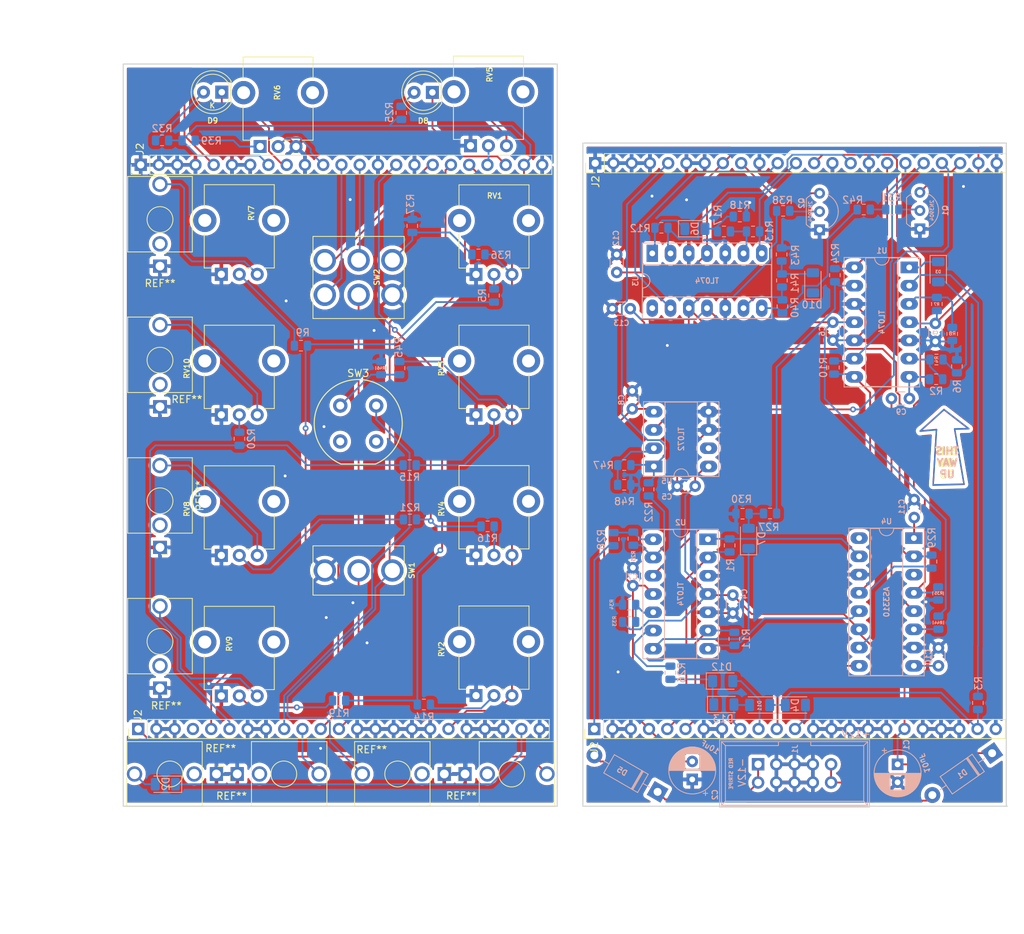
<source format=kicad_pcb>
(kicad_pcb (version 20211014) (generator pcbnew)
  (layers (0 "F.Cu" signal) (31 "B.Cu" signal) (34 "B.Paste" user) (35 "F.Paste" user) (36 "B.SilkS" user "B.Silkscreen") (37 "F.SilkS" user "F.Silkscreen") (38 "B.Mask" user) (39 "F.Mask" user) (44 "Edge.Cuts" user))
  (net 0 "")
  (net 1 "GND")
  (net 2 "+12V")
  (net 3 "-12V")
  (net 4 "/VTrig")
  (net 5 "Net-(C9-Pad1)")
  (net 6 "Net-(C10-Pad2)")
  (net 7 "Net-(C11-Pad2)")
  (net 8 "Net-(D1-Pad2)")
  (net 9 "/Trigger")
  (net 10 "Net-(D11-Pad1)")
  (net 11 "Net-(D3-Pad1)")
  (net 12 "Net-(D3-Pad2)")
  (net 13 "Net-(D4-Pad2)")
  (net 14 "Net-(D5-Pad1)")
  (net 15 "Net-(D6-Pad1)")
  (net 16 "Net-(D6-Pad2)")
  (net 17 "Net-(D7-Pad2)")
  (net 18 "Net-(D7-Pad1)")
  (net 19 "Net-(D8-Pad2)")
  (net 20 "Net-(D8-Pad1)")
  (net 21 "Net-(D9-Pad1)")
  (net 22 "Net-(D9-Pad2)")
  (net 23 "Net-(D10-Pad1)")
  (net 24 "Net-(D10-Pad2)")
  (net 25 "/ManTrigger")
  (net 26 "Net-(D12-Pad1)")
  (net 27 "/Gate")
  (net 28 "/Acv")
  (net 29 "/Dcv")
  (net 30 "/Scv")
  (net 31 "/Rcv")
  (net 32 "/Out")
  (net 33 "/EocOut")
  (net 34 "Net-(Q1-Pad2)")
  (net 35 "Net-(Q2-Pad2)")
  (net 36 "Net-(R1-Pad2)")
  (net 37 "/AttackControl")
  (net 38 "Net-(R2-Pad2)")
  (net 39 "Net-(R3-Pad1)")
  (net 40 "Net-(R5-Pad2)")
  (net 41 "Net-(R7-Pad1)")
  (net 42 "Net-(R9-Pad2)")
  (net 43 "Net-(R10-Pad2)")
  (net 44 "/ReleaseControl")
  (net 45 "/DecayControl")
  (net 46 "Net-(R11-Pad2)")
  (net 47 "Net-(R12-Pad2)")
  (net 48 "Net-(R13-Pad1)")
  (net 49 "Net-(R13-Pad2)")
  (net 50 "Net-(R14-Pad2)")
  (net 51 "Net-(R15-Pad2)")
  (net 52 "Net-(R16-Pad2)")
  (net 53 "Net-(R19-Pad2)")
  (net 54 "Net-(R20-Pad2)")
  (net 55 "Net-(R21-Pad2)")
  (net 56 "/env")
  (net 57 "Net-(R22-Pad1)")
  (net 58 "Net-(R23-Pad1)")
  (net 59 "Net-(R24-Pad1)")
  (net 60 "Net-(R24-Pad2)")
  (net 61 "Net-(R26-Pad1)")
  (net 62 "Net-(R29-Pad2)")
  (net 63 "Net-(R33-Pad1)")
  (net 64 "/Vgate")
  (net 65 "Net-(R36-Pad1)")
  (net 66 "Net-(R39-Pad2)")
  (net 67 "Net-(R40-Pad2)")
  (net 68 "Net-(R40-Pad1)")
  (net 69 "Net-(R44-Pad1)")
  (net 70 "Net-(R45-Pad2)")
  (net 71 "Net-(RV5-Pad2)")
  (net 72 "Net-(RV6-Pad2)")
  (net 73 "/SustainControl")
  (net 74 "Net-(U4-Pad3)")
  (net 75 "Net-(U4-Pad16)")
  (net 76 "Net-(R22-Pad2)")
  (net 77 "Net-(R47-Pad1)")
  (net 78 "Net-(U5-Pad7)")
  (footprint "ao_tht:LED_D5.0mm" (layer "F.Cu") (at 91.625 62.95 180)
    (fp_text reference "D8")
    (fp_text value "LED")
  )
  (footprint "ao_tht:LED_D5.0mm" (layer "F.Cu") (at 62.314693 62.92 180)
    (fp_text reference "D9")
    (fp_text value "LED")
  )
  (footprint "Connector_PinHeader_2.54mm:PinHeader_1x23_P2.54mm_Vertical" (layer "F.Cu") (at 50.68 151.55 90)
    (fp_text reference "J2")
    (fp_text value "Conn_01x10_Male")
  )
  (footprint "ao_tht:Potentiometer_Alpha_RD901F-40-00D_Single_Vertical_CircularHoles_centered" (layer "F.Cu") (at 100.2 80.785 90)
    (fp_text reference "RV1")
    (fp_text value "100k")
  )
  (footprint "ao_tht:Potentiometer_Alpha_RD901F-40-00D_Single_Vertical_CircularHoles_centered" (layer "F.Cu") (at 100.2 139.4 90)
    (fp_text reference "RV2")
    (fp_text value "100k")
  )
  (footprint "ao_tht:Potentiometer_Alpha_RD901F-40-00D_Single_Vertical_CircularHoles_centered" (layer "F.Cu") (at 100.2 100.323333 90)
    (fp_text reference "RV3")
    (fp_text value "100k")
  )
  (footprint "ao_tht:Potentiometer_Alpha_RD901F-40-00D_Single_Vertical_CircularHoles_centered" (layer "F.Cu") (at 100.2 119.861666 90)
    (fp_text reference "RV4")
    (fp_text value "100k")
  )
  (footprint "ao_tht:Potentiometer_Alpha_RD901F-40-00D_Single_Vertical_CircularHoles_centered" (layer "F.Cu") (at 99.429575 62.872184 90)
    (fp_text reference "RV5")
    (fp_text value "100k")
  )
  (footprint "ao_tht:Potentiometer_Alpha_RD901F-40-00D_Single_Vertical_CircularHoles_centered" (layer "F.Cu") (at 70.149575 62.985 90)
    (fp_text reference "RV6")
    (fp_text value "10k")
  )
  (footprint "ao_tht:Potentiometer_Alpha_RD901F-40-00D_Single_Vertical_CircularHoles_centered" (layer "F.Cu") (at 64.75 80.765 90)
    (fp_text reference "RV7")
    (fp_text value "100k")
  )
  (footprint "ao_tht:Potentiometer_Alpha_RD901F-40-00D_Single_Vertical_CircularHoles_centered" (layer "F.Cu") (at 64.75 119.888332 90)
    (fp_text reference "RV8")
    (fp_text value "100k")
  )
  (footprint "ao_tht:Potentiometer_Alpha_RD901F-40-00D_Single_Vertical_CircularHoles_centered" (layer "F.Cu") (at 64.75 139.45 90)
    (fp_text reference "RV9")
    (fp_text value "100k")
  )
  (footprint "ao_tht:Potentiometer_Alpha_RD901F-40-00D_Single_Vertical_CircularHoles_centered" (layer "F.Cu") (at 64.75 100.326666 90)
    (fp_text reference "RV10")
    (fp_text value "100k")
  )
  (footprint "ao_tht:SPDT-toggle-switch-1M-series" (layer "F.Cu") (at 81.35412 129.49 -90)
    (fp_text reference "SW1")
    (fp_text value "SW_SPDT")
  )
  (footprint "ao_tht:DPDT-toggle-switch-1M-seriesx" (layer "F.Cu") (at 81.35412 88.708646 -90)
    (fp_text reference "SW2")
    (fp_text value "SW_DPDT_x2")
  )
  (footprint "Button_Switch_THT:Push_E-Switch_KS01Q01" (layer "F.Cu") (at 78.80412 106.534904)
    (fp_text reference "SW3")
    (fp_text value "SW_Push")
  )
  (footprint "Connector_Audio:Jack_3.5mm_QingPu_WQP-PJ398SM_Vertical_CircularHoles" (layer "F.Cu") (at 93.28 157.81 -90)
    (fp_text reference "REF**")
    (fp_text value "Jack_3.5mm_QingPu_WQP-PJ398SM_Vertical_CircularHoles")
  )
  (footprint "Connector_PinHeader_2.54mm:PinHeader_1x23_P2.54mm_Vertical" (layer "F.Cu") (at 114.281829 72.8 90)
    (fp_text reference "J2")
    (fp_text value "Conn_01x10_Male")
  )
  (footprint "Connector_PinHeader_2.54mm:PinHeader_1x23_P2.54mm_Vertical" (layer "F.Cu") (at 114.155 151.55 90)
    (fp_text reference "J2")
    (fp_text value "Conn_01x10_Male")
  )
  (footprint "Connector_Audio:Jack_3.5mm_QingPu_WQP-PJ398SM_Vertical_CircularHoles" (layer "F.Cu") (at 53.71328 106.703333 180)
    (fp_text reference "REF**")
    (fp_text value "Jack_3.5mm_QingPu_WQP-PJ398SM_Vertical_CircularHoles")
  )
  (footprint "Connector_Audio:Jack_3.5mm_QingPu_WQP-PJ398SM_Vertical_CircularHoles" (layer "F.Cu") (at 53.71328 126.276666 180)
    (fp_text reference "REF**")
    (fp_text value "Jack_3.5mm_QingPu_WQP-PJ398SM_Vertical_CircularHoles")
  )
  (footprint "Connector_Audio:Jack_3.5mm_QingPu_WQP-PJ398SM_Vertical_CircularHoles" (layer "F.Cu") (at 96.17 157.81 90)
    (fp_text reference "REF**")
    (fp_text value "Jack_3.5mm_QingPu_WQP-PJ398SM_Vertical_CircularHoles")
  )
  (footprint "Connector_Audio:Jack_3.5mm_QingPu_WQP-PJ398SM_Vertical_CircularHoles" (layer "F.Cu") (at 53.71328 145.85 180)
    (fp_text reference "REF**")
    (fp_text value "Jack_3.5mm_QingPu_WQP-PJ398SM_Vertical_CircularHoles")
  )
  (footprint "Connector_PinHeader_2.54mm:PinHeader_1x23_P2.54mm_Vertical" (layer "F.Cu") (at 51.03 73.03 90)
    (fp_text reference "J2")
    (fp_text value "Conn_01x10_Male")
  )
  (footprint "Connector_Audio:Jack_3.5mm_QingPu_WQP-PJ398SM_Vertical_CircularHoles" (layer "F.Cu") (at 64.46 157.81 90)
    (fp_text reference "REF**")
    (fp_text value "Jack_3.5mm_QingPu_WQP-PJ398SM_Vertical_CircularHoles")
  )
  (footprint "Connector_Audio:Jack_3.5mm_QingPu_WQP-PJ398SM_Vertical_CircularHoles" (layer "F.Cu") (at 61.57 157.81 -90)
    (fp_text reference "REF**")
    (fp_text value "Jack_3.5mm_QingPu_WQP-PJ398SM_Vertical_CircularHoles")
  )
  (footprint "Connector_Audio:Jack_3.5mm_QingPu_WQP-PJ398SM_Vertical_CircularHoles" (layer "F.Cu") (at 53.71328 87.13 180)
    (fp_text reference "REF**")
    (fp_text value "Jack_3.5mm_QingPu_WQP-PJ398SM_Vertical_CircularHoles")
  )
  (footprint "ao_tht:CP_Radial_D6.3mm_P2.50mm" (layer "B.Cu") (at 156.37 156.47 -90)
    (fp_text reference "C1")
    (fp_text value "10uF")
  )
  (footprint "ao_tht:CP_Radial_D6.3mm_P2.50mm" (layer "B.Cu") (at 127.79 158.57 90)
    (fp_text reference "C2")
    (fp_text value "10uF")
  )
  (footprint "ao_tht:C_Disc_D3.0mm_W1.6mm_P2.50mm" (layer "B.Cu") (at 161.63 97.610311 90)
    (fp_text reference "C3")
    (fp_text value "0.1uF")
  )
  (footprint "ao_tht:C_Disc_D3.0mm_W1.6mm_P2.50mm" (layer "B.Cu") (at 133.445 135.41894 90)
    (fp_text reference "C4")
    (fp_text value "0.1uF")
  )
  (footprint "ao_tht:C_Disc_D3.0mm_W1.6mm_P2.50mm" (layer "B.Cu") (at 125.693482 117.7508)
    (fp_text reference "C5")
    (fp_text value "0.1uF")
  )
  (footprint "ao_tht:C_Disc_D3.0mm_W1.6mm_P2.50mm" (layer "B.Cu") (at 147.36 97.440311 90)
    (fp_text reference "C6")
    (fp_text value "0.1uF")
  )
  (footprint "ao_tht:C_Disc_D3.0mm_W1.6mm_P2.50mm" (layer "B.Cu") (at 119.535 129.09894 -90)
    (fp_text reference "C7")
    (fp_text value "0.1uF")
  )
  (footprint "ao_tht:C_Disc_D3.0mm_W1.6mm_P2.50mm" (layer "B.Cu") (at 119.443482 104.5008 -90)
    (fp_text reference "C8")
    (fp_text value "0.1uF")
  )
  (footprint "ao_tht:C_Disc_D3.0mm_W1.6mm_P2.50mm" (layer "B.Cu") (at 155.52 105.550311)
    (fp_text reference "C9")
    (fp_text value "0.001uF")
  )
  (footprint "ao_tht:C_Disc_D3.0mm_W1.6mm_P2.50mm" (layer "B.Cu") (at 162.057895 140.262415 -90)
    (fp_text reference "C10")
    (fp_text value "0.01uF")
  )
  (footprint "ao_tht:C_Disc_D3.0mm_W1.6mm_P2.50mm" (layer "B.Cu") (at 158.68 119.62 -90)
    (fp_text reference "C11")
    (fp_text value "0.03uF")
  )
  (footprint "ao_tht:D_DO-41_SOD81_P10.16mm_Horizontal" (layer "B.Cu") (at 169.531292 154.916232 -145)
    (fp_text reference "D1")
    (fp_text value "1N5817")
  )
  (footprint "Diode_SMD:D_1206_3216Metric" (layer "B.Cu") (at 54.45 159.24 180)
    (fp_text reference "D2")
    (fp_text value "1N4148")
  )
  (footprint "Diode_SMD:D_1206_3216Metric" (layer "B.Cu") (at 162.03 87.920311 -90)
    (fp_text reference "D3")
    (fp_text value "1N4148")
  )
  (footprint "ao_tht:D_DO-41_SOD81_P10.16mm_Horizontal" (layer "B.Cu") (at 122.969409 160.3 150)
    (fp_text reference "D5")
    (fp_text value "1N5817")
  )
  (footprint "Diode_SMD:D_1206_3216Metric" (layer "B.Cu") (at 128.1625 81.92548)
    (fp_text reference "D6")
    (fp_text value "1N4148")
  )
  (footprint "Diode_SMD:D_1206_3216Metric" (layer "B.Cu") (at 135.63 125.02 90)
    (fp_text reference "D7")
    (fp_text value "1N4148")
  )
  (footprint "Diode_SMD:D_1206_3216Metric" (layer "B.Cu") (at 144.5825 89.44548 90)
    (fp_text reference "D10")
    (fp_text value "1N4148")
  )
  (footprint "Diode_SMD:D_1206_3216Metric" (layer "B.Cu") (at 137.17 148.21 180)
    (fp_text reference "D11")
    (fp_text value "1N4148")
  )
  (footprint "Diode_SMD:D_1206_3216Metric" (layer "B.Cu") (at 132.03 144.88)
    (fp_text reference "D12")
    (fp_text value "1N4148")
  )
  (footprint "Diode_SMD:D_1206_3216Metric" (layer "B.Cu") (at 132.19 148.14)
    (fp_text reference "D13")
    (fp_text value "1N4148")
  )
  (footprint "ao_tht:Power_Header" (layer "B.Cu") (at 136.955 156.46 -90)
    (fp_text reference "J1")
    (fp_text value "Synth_power_2x5")
  )
  (footprint "ao_tht:TO-92_Inline_Wide" (layer "B.Cu") (at 159.47 81.94 90)
    (fp_text reference "Q1")
    (fp_text value "2N3904")
  )
  (footprint "ao_tht:TO-92_Inline_Wide" (layer "B.Cu") (at 145.51375 82.07 90)
    (fp_text reference "Q2")
    (fp_text value "2N3904")
  )
  (footprint "Resistor_SMD:R_0805_2012Metric" (layer "B.Cu") (at 132.995 125.99894 -90)
    (fp_text reference "R1")
    (fp_text value "6k2")
  )
  (footprint "Resistor_SMD:R_0805_2012Metric" (layer "B.Cu") (at 161.74 102.870311)
    (fp_text reference "R2")
    (fp_text value "47k")
  )
  (footprint "Resistor_SMD:R_0805_2012Metric" (layer "B.Cu") (at 167.55 147.92 -90)
    (fp_text reference "R3")
    (fp_text value "100k")
  )
  (footprint "Resistor_SMD:R_0805_2012Metric" (layer "B.Cu") (at 161.78 100.130311)
    (fp_text reference "R4")
    (fp_text value "100k")
  )
  (footprint "Resistor_SMD:R_0805_2012Metric" (layer "B.Cu") (at 100.2 91.22 90)
    (fp_text reference "R5")
    (fp_text value "100k")
  )
  (footprint "Resistor_SMD:R_0805_2012Metric" (layer "B.Cu") (at 164.63 101.070311 -90)
    (fp_text reference "R6")
    (fp_text value "100k")
  )
  (footprint "Resistor_SMD:R_0805_2012Metric" (layer "B.Cu") (at 161.84 92.400311 -90)
    (fp_text reference "R7")
    (fp_text value "200k")
  )
  (footprint "Resistor_SMD:R_0805_2012Metric" (layer "B.Cu") (at 163.97 96.560311 90)
    (fp_text reference "R8")
    (fp_text value "100k")
  )
  (footprint "Resistor_SMD:R_0805_2012Metric" (layer "B.Cu") (at 73.33 98.2 180)
    (fp_text reference "R9")
    (fp_text value "100k")
  )
  (footprint "Resistor_SMD:R_0805_2012Metric" (layer "B.Cu") (at 147.51 101.24 90)
    (fp_text reference "R10")
    (fp_text value "6k2")
  )
  (footprint "Resistor_SMD:R_0805_2012Metric" (layer "B.Cu") (at 133.65 139.01 90)
    (fp_text reference "R11")
    (fp_text value "6k2")
  )
  (footprint "Resistor_SMD:R_0805_2012Metric" (layer "B.Cu") (at 123.5025 81.79548)
    (fp_text reference "R12")
    (fp_text value "47k")
  )
  (footprint "Resistor_SMD:R_0805_2012Metric" (layer "B.Cu") (at 136.2525 82.30548 180)
    (fp_text reference "R13")
    (fp_text value "100k")
  )
  (footprint "Resistor_SMD:R_0805_2012Metric" (layer "B.Cu") (at 90.44 148.14)
    (fp_text reference "R14")
    (fp_text value "100k")
  )
  (footprint "Resistor_SMD:R_0805_2012Metric" (layer "B.Cu") (at 88.46 114.83)
    (fp_text reference "R15")
    (fp_text value "100k")
  )
  (footprint "Resistor_SMD:R_0805_2012Metric" (layer "B.Cu") (at 99.31 123.35)
    (fp_text reference "R16")
    (fp_text value "100k")
  )
  (footprint "Resistor_SMD:R_0805_2012Metric" (layer "B.Cu") (at 132.2025 82.30548 180)
    (fp_text reference "R17")
    (fp_text value "100k")
  )
  (footprint "Resistor_SMD:R_0805_2012Metric" (layer "B.Cu") (at 134.41 80.23 180)
    (fp_text reference "R18")
    (fp_text value "100k")
  )
  (footprint "Resistor_SMD:R_0805_2012Metric" (layer "B.Cu") (at 78.6425 147.59 180)
    (fp_text reference "R19")
    (fp_text value "100k")
  )
  (footprint "Resistor_SMD:R_0805_2012Metric" (layer "B.Cu") (at 64.77 111.16 90)
    (fp_text reference "R20")
    (fp_text value "100k")
  )
  (footprint "Resistor_SMD:R_0805_2012Metric" (layer "B.Cu") (at 88.5 122.39 180)
    (fp_text reference "R21")
    (fp_text value "100k")
  )
  (footprint "Resistor_SMD:R_0805_2012Metric" (layer "B.Cu") (at 121.72 118.2 90)
    (fp_text reference "R22")
    (fp_text value "100k")
  )
  (footprint "Resistor_SMD:R_0805_2012Metric" (layer "B.Cu") (at 119.595 125.05894 -90)
    (fp_text reference "R23")
    (fp_text value "100k")
  )
  (footprint "Resistor_SMD:R_0805_2012Metric" (layer "B.Cu") (at 147.65 88.39 -90)
    (fp_text reference "R24")
    (fp_text value "47k")
  )
  (footprint "Resistor_SMD:R_0805_2012Metric" (layer "B.Cu") (at 87.3 65.8 90)
    (fp_text reference "R25")
    (fp_text value "10k")
  )
  (footprint "Resistor_SMD:R_0805_2012Metric" (layer "B.Cu") (at 124.75 143.72 -90)
    (fp_text reference "R26")
    (fp_text value "100k")
  )
  (footprint "Resistor_SMD:R_0805_2012Metric" (layer "B.Cu") (at 138.62 121.56 180)
    (fp_text reference "R27")
    (fp_text value "100k")
  )
  (footprint "Resistor_SMD:R_0805_2012Metric" (layer "B.Cu") (at 116.85 125.13 90)
    (fp_text reference "R28")
    (fp_text value "1k")
  )
  (footprint "Resistor_SMD:R_0805_2012Metric" (layer "B.Cu") (at 161.087895 128.252415 -90)
    (fp_text reference "R29")
    (fp_text value "30k")
  )
  (footprint "Resistor_SMD:R_0805_2012Metric" (layer "B.Cu") (at 134.79 121.59)
    (fp_text reference "R30")
    (fp_text value "100k")
  )
  (footprint "Resistor_SMD:R_0805_2012Metric" (layer "B.Cu") (at 155.63 79.25 180)
    (fp_text reference "R31")
    (fp_text value "100k")
  )
  (footprint "Resistor_SMD:R_0805_2012Metric" (layer "B.Cu") (at 54 69.63 180)
    (fp_text reference "R32")
    (fp_text value "10k")
  )
  (footprint "Resistor_SMD:R_0805_2012Metric" (layer "B.Cu") (at 119.005 136.64894 180)
    (fp_text reference "R33")
    (fp_text value "200k")
  )
  (footprint "Resistor_SMD:R_0805_2012Metric" (layer "B.Cu") (at 119.005 134.24894)
    (fp_text reference "R34")
    (fp_text value "100k")
  )
  (footprint "Resistor_SMD:R_0805_2012Metric" (layer "B.Cu") (at 162.007895 132.679915 -90)
    (fp_text reference "R35")
    (fp_text value "10k")
  )
  (footprint "Resistor_SMD:R_0805_2012Metric" (layer "B.Cu") (at 98.03 85.5)
    (fp_text reference "R36")
    (fp_text value "link")
  )
  (footprint "Resistor_SMD:R_0805_2012Metric" (layer "B.Cu") (at 88.83 81.53 -90)
    (fp_text reference "R37")
    (fp_text value "100k")
  )
  (footprint "Resistor_SMD:R_0805_2012Metric" (layer "B.Cu") (at 140.44375 79.44 180)
    (fp_text reference "R38")
    (fp_text value "100k")
  )
  (footprint "Resistor_SMD:R_0805_2012Metric" (layer "B.Cu") (at 57.7 69.63)
    (fp_text reference "R39")
    (fp_text value "100k")
  )
  (footprint "Resistor_SMD:R_0805_2012Metric" (layer "B.Cu") (at 140.3425 92.73548 90)
    (fp_text reference "R40")
    (fp_text value "51k")
  )
  (footprint "Resistor_SMD:R_0805_2012Metric" (layer "B.Cu") (at 140.2725 89.12548 90)
    (fp_text reference "R41")
    (fp_text value "100k")
  )
  (footprint "Resistor_SMD:R_0805_2012Metric" (layer "B.Cu") (at 151.66 79.25 180)
    (fp_text reference "R42")
    (fp_text value "1k")
  )
  (footprint "Resistor_SMD:R_0805_2012Metric" (layer "B.Cu") (at 140.2325 85.50548 90)
    (fp_text reference "R43")
    (fp_text value "100k")
  )
  (footprint "Resistor_SMD:R_0805_2012Metric" (layer "B.Cu") (at 162.047895 136.742415 90)
    (fp_text reference "R44")
    (fp_text value "470")
  )
  (footprint "Resistor_SMD:R_0805_2012Metric" (layer "B.Cu") (at 87.05 101.32 -90)
    (fp_text reference "R45")
    (fp_text value "100k")
  )
  (footprint "Resistor_SMD:R_0805_2012Metric" (layer "B.Cu") (at 84.48 101.32 90)
    (fp_text reference "R46")
    (fp_text value "100k")
  )
  (footprint "ao_tht:DIP-14_W7.62mm_Socket_LongPads" (layer "B.Cu") (at 157.99 87.310311 180)
    (fp_text reference "U1")
    (fp_text value "TL074")
  )
  (footprint "ao_tht:DIP-14_W7.62mm_Socket_LongPads" (layer "B.Cu") (at 129.98 125.145 180)
    (fp_text reference "U2")
    (fp_text value "TL074")
  )
  (footprint "ao_tht:DIP-14_W7.62mm_Socket_LongPads" (layer "B.Cu") (at 122.2275 85.35548 -90)
    (fp_text reference "U3")
    (fp_text value "TL074")
  )
  (footprint "ao_tht:DIP-16_W7.62mm_Socket_LongPads" (layer "B.Cu") (at 158.637895 124.982415 180)
    (fp_text reference "U4")
    (fp_text value "AS3310")
  )
  (footprint "Diode_SMD:D_1206_3216Metric" (layer "B.Cu") (at 142.15 148.21)
    (fp_text reference "D4")
    (fp_text value "1N4148")
  )
  (footprint "ao_tht:C_Disc_D3.0mm_W1.6mm_P2.50mm" (layer "B.Cu") (at 117.2825 85.50548 -90)
    (fp_text reference "C12")
    (fp_text value "0.1uF")
  )
  (footprint "Resistor_SMD:R_0805_2012Metric" (layer "B.Cu") (at 118.33 114.82)
    (fp_text reference "R47")
    (fp_text value "100k")
  )
  (footprint "Resistor_SMD:R_0805_2012Metric" (layer "B.Cu") (at 118.32 117.57)
    (fp_text reference "R48")
    (fp_text value "100k")
  )
  (footprint "ao_tht:DIP-8_W7.62mm_Socket_LongPads" (layer "B.Cu") (at 122.443482 115.0108)
    (fp_text reference "U5")
    (fp_text value "TL072")
  )
  (footprint "ao_tht:C_Disc_D3.0mm_W1.6mm_P2.50mm" (layer "B.Cu") (at 116.67 93.05)
    (fp_text reference "C13")
    (fp_text value "0.1uF")
  )
  (gr_line (start 161.32 117.61) (end 161.78 109.91) (layer "F.Cu") (width 0.2))
  (gr_line (start 164.31 109.82) (end 165.62 117.5) (layer "F.Cu") (width 0.2))
  (gr_line (start 161.78 109.87) (end 159.54 110.07) (layer "F.Cu") (width 0.2))
  (gr_line (start 159.52 110.1) (end 162.83 107.12) (layer "F.Cu") (width 0.2))
  (gr_line (start 166.26 109.77) (end 164.31 109.82) (layer "F.Cu") (width 0.2))
  (gr_line (start 165.62 117.5) (end 161.32 117.61) (layer "F.Cu") (width 0.2))
  (gr_line (start 162.83 107.12) (end 166.26 109.77) (layer "F.Cu") (width 0.2))
  (gr_line (start 166.26 109.73) (end 164.31 109.78) (layer "B.Cu") (width 0.2))
  (gr_line (start 159.52 110.06) (end 162.83 107.08) (layer "B.Cu") (width 0.2))
  (gr_line (start 161.78 109.91) (end 159.54 110.11) (layer "B.Cu") (width 0.2))
  (gr_line (start 161.32 117.57) (end 161.78 109.87) (layer "B.Cu") (width 0.2))
  (gr_line (start 162.83 107.08) (end 166.26 109.73) (layer "B.Cu") (width 0.2))
  (gr_line (start 164.31 109.78) (end 165.62 117.46) (layer "B.Cu") (width 0.2))
  (gr_line (start 165.62 117.46) (end 161.32 117.57) (layer "B.Cu") (width 0.2))
  (gr_line (start 109 162.300412) (end 109 59) (layer "Edge.Cuts") (width 0.15))
  (gr_line (start 109 59) (end 48.6 59) (layer "Edge.Cuts") (width 0.15))
  (gr_line (start 112.57 162.300412) (end 171.65 162.300412) (layer "Edge.Cuts") (width 0.15))
  (gr_line (start 112.57 69.999137) (end 112.57 162.300412) (layer "Edge.Cuts") (width 0.15))
  (gr_line (start 171.5 69.999137) (end 112.57 69.999137) (layer "Edge.Cuts") (width 0.15))
  (gr_line (start 48.6 162.300412) (end 109 162.300412) (layer "Edge.Cuts") (width 0.15))
  (gr_line (start 48.6 59) (end 48.6 162.3) (layer "Edge.Cuts") (width 0.15))
  (gr_line (start 171.5 162.300412) (end 171.5 69.999137) (layer "Edge.Cuts") (width 0.15))
  (gr_text "THIS\nWAY\nUP" (at 163.27 114.48) (layer "B.SilkS") (effects (font (size 1 1) (thickness 0.25)) (justify mirror)))
  (gr_text "THIS\nWAY\nUP" (at 163.27 114.52) (layer "F.SilkS") (effects (font (size 1 1) (thickness 0.25))))
  (segment (start 133.445 135.41894) (end 130.09394 135.41894) (width 0.25) (layer "F.Cu") (net 1))
  (segment (start 139.495 159) (end 142.035 159) (width 0.25) (layer "F.Cu") (net 1))
  (segment (start 142.035 156.46) (end 142.035 159) (width 0.25) (layer "F.Cu") (net 1))
  (segment (start 125.693482 114.3008) (end 125.693482 117.7508) (width 0.25) (layer "F.Cu") (net 1))
  (segment (start 150.37 92.390311) (end 151.89452 93.914831) (width 0.25) (layer "F.Cu") (net 1))
  (segment (start 144.38 156.59) (end 144.25 156.46) (width 0.25) (layer "F.Cu") (net 1))
  (segment (start 139.495 156.46) (end 139.495 159) (width 0.25) (layer "F.Cu") (net 1))
  (segment (start 144.575 159) (end 144.575 156.46) (width 0.25) (layer "F.Cu") (net 1))
  (segment (start 130.09394 135.41894) (end 129.98 135.305) (width 0.25) (layer "F.Cu") (net 1))
  (segment (start 144.25 156.46) (end 142.035 156.46) (width 0.25) (layer "F.Cu") (net 1))
  (segment (start 144.575 156.46) (end 144.51 156.46) (width 0.25) (layer "F.Cu") (net 1))
  (segment (start 144.51 156.46) (end 144.38 156.59) (width 0.25) (layer "F.Cu") (net 1))
  (segment (start 151.89452 95.945791) (end 150.37 97.470311) (width 0.25) (layer "F.Cu") (net 1))
  (segment (start 139.495 156.46) (end 142.035 156.46) (width 0.25) (layer "F.Cu") (net 1))
  (segment (start 130.063482 109.9308) (end 125.693482 114.3008) (width 0.25) (layer "F.Cu") (net 1))
  (segment (start 150.37 97.470311) (end 157.99 97.470311) (width 0.25) (layer "F.Cu") (net 1))
  (segment (start 142.035 159) (end 144.575 159) (width 0.25) (layer "F.Cu") (net 1))
  (segment (start 151.89452 93.914831) (end 151.89452 95.945791) (width 0.25) (layer "F.Cu") (net 1))
  (segment (start 164.955 151.94738) (end 164.955 151.55) (width 0.25) (layer "F.Cu") (net 1))
  (via (at 124.32 98.17) (size 0.8) (drill 0.4) (layers "F.Cu" "B.Cu") (net 1))
  (via (at 76.54 109.47) (size 0.8) (drill 0.4) (layers "F.Cu" "B.Cu") (net 1))
  (via (at 80.18 77.87) (size 0.8) (drill 0.4) (layers "F.Cu" "B.Cu") (net 1))
  (via (at 82.53 139.56) (size 0.8) (drill 0.4) (layers "F.Cu" "B.Cu") (net 1))
  (via (at 76.85 136.04) (size 0.8) (drill 0.4) (layers "F.Cu" "B.Cu") (net 1))
  (via (at 80.57 133.98) (size 0.8) (drill 0.4) (layers "F.Cu" "B.Cu") (net 1))
  (via (at 165.54 76.04) (size 0.8) (drill 0.4) (layers "F.Cu" "B.Cu") (net 1))
  (via (at 160.32 133.86) (size 0.8) (drill 0.4) (layers "F.Cu" "B.Cu") (net 1))
  (via (at 127 77.9) (size 0.8) (drill 0.4) (layers "F.Cu" "B.Cu") (net 1))
  (via (at 76.07 154.25) (size 0.8) (drill 0.4) (layers "F.Cu" "B.Cu") (net 1))
  (via (at 71.13 116.33) (size 0.8) (drill 0.4) (layers "F.Cu" "B.Cu") (net 1))
  (via (at 135.8 78.28) (size 0.8) (drill 0.4) (layers "F.Cu" "B.Cu") (net 1))
  (via (at 71.27 91.97) (size 0.8) (drill 0.4) (layers "F.Cu" "B.Cu") (net 1))
  (via (at 60.5 145.24) (size 0.8) (drill 0.4) (layers "F.Cu" "B.Cu") (net 1))
  (via (at 117.47 143.61) (size 0.8) (drill 0.4) (layers "F.Cu" "B.Cu") (net 1))
  (via (at 122.19 77.38) (size 0.8) (drill 0.4) (layers "F.Cu" "B.Cu") (net 1))
  (via (at 83.51 96.08) (size 0.8) (drill 0.4) (layers "F.Cu" "B.Cu") (net 1))
  (segment (start 147.36 97.440311) (end 150.34 97.440311) (width 0.25) (layer "B.Cu") (net 1))
  (segment (start 161.49 97.470311) (end 161.63 97.610311) (width 0.25) (layer "B.Cu") (net 1))
  (segment (start 61.57 157.81) (end 64.46 157.81) (width 0.25) (layer "B.Cu") (net 1))
  (segment (start 157.99 97.470311) (end 161.49 97.470311) (width 0.25) (layer "B.Cu") (net 1))
  (segment (start 150.34 97.440311) (end 150.37 97.470311) (width 0.25) (layer "B.Cu") (net 1))
  (segment (start 161.63 97.610311) (end 164.3675 97.610311) (width 0.25) (layer "B.Cu") (net 1))
  (segment (start 93.28 157.81) (end 96.17 157.81) (width 0.25) (layer "B.Cu") (net 1))
  (segment (start 96.4 157.58) (end 96.17 157.81) (width 0.25) (layer "B.Cu") (net 1))
  (segment (start 88.83 73.33) (end 89.13 73.03) (width 0.25) (layer "B.Cu") (net 1))
  (segment (start 158.677895 140.262415) (end 158.637895 140.222415) (width 0.25) (layer "B.Cu") (net 1))
  (segment (start 130.063482 107.3908) (end 130.063482 109.9308) (width 0.25) (layer "B.Cu") (net 1))
  (segment (start 96.4 151.55) (end 96.4 157.58) (width 0.25) (layer "B.Cu") (net 1))
  (segment (start 134.1 70.7) (end 166.81 70.7) (width 0.25) (layer "F.Cu") (net 2))
  (segment (start 104.37 74.87) (end 102.7 76.54) (width 0.25) (layer "F.Cu") (net 2))
  (segment (start 167.621829 71.511829) (end 167.621829 72.8) (width 0.25) (layer "F.Cu") (net 2))
  (segment (start 100.58 149.02) (end 96.39 149.02) (width 0.25) (layer "F.Cu") (net 2))
  (segment (start 133.445 132.91894) (end 136.06606 135.54) (width 0.25) (layer "F.Cu") (net 2))
  (segment (start 102.7 76.54) (end 102.7 106.19) (width 0.25) (layer "F.Cu") (net 2))
  (segment (start 165.781232 154.916232) (end 164.227464 156.47) (width 0.25) (layer "F.Cu") (net 2))
  (segment (start 166.81 70.7) (end 167.621829 71.511829) (width 0.25) (layer "F.Cu") (net 2))
  (segment (start 148.87548 135.54) (end 151.017895 137.682415) (width 0.25) (layer "F.Cu") (net 2))
  (segment (start 136.06606 135.54) (end 148.87548 135.54) (width 0.25) (layer "F.Cu") (net 2))
  (segment (start 128.193482 117.7508) (end 128.203482 117.7408) (width 0.25) (layer "F.Cu") (net 2))
  (segment (start 133.23634 71.56366) (end 134.1 70.7) (width 0.25) (layer "F.Cu") (net 2))
  (segment (start 132.061829 72.8) (end 133.23634 71.625489) (width 0.25) (layer "F.Cu") (net 2))
  (segment (start 157.335 144.549209) (end 151.017895 138.232104) (width 0.25) (layer "F.Cu") (net 2))
  (segment (start 102.7 146.9) (end 100.58 149.02) (width 0.25) (layer "F.Cu") (net 2))
  (segment (start 164.227464 156.47) (end 156.37 156.47) (width 0.25) (layer "F.Cu") (net 2))
  (segment (start 96.39 149.02) (end 93.86 151.55) (width 0.25) (layer "F.Cu") (net 2))
  (segment (start 133.23634 71.625489) (end 133.23634 71.56366) (width 0.25) (layer "F.Cu") (net 2))
  (segment (start 129.703482 115.0108) (end 130.063482 115.0108) (width 0.25) (layer "F.Cu") (net 2))
  (segment (start 104.37 73.03) (end 104.37 74.87) (width 0.25) (layer "F.Cu") (net 2))
  (segment (start 157.335 151.55) (end 157.335 144.549209) (width 0.25) (layer "F.Cu") (net 2))
  (segment (start 102.7 105.7) (end 102.7 146.78) (width 0.25) (layer "F.Cu") (net 2))
  (segment (start 167.621829 72.8) (end 167.621829 89.118482) (width 0.25) (layer "F.Cu") (net 2))
  (segment (start 102.7 146.78) (end 102.82 146.9) (width 0.25) (layer "F.Cu") (net 2))
  (segment (start 129.8475 75.014329) (end 132.061829 72.8) (width 0.25) (layer "F.Cu") (net 2))
  (segment (start 127.1975 88.00548) (end 129.8475 85.35548) (width 0.25) (layer "F.Cu") (net 2))
  (segment (start 128.203482 116.5108) (end 129.703482 115.0108) (width 0.25) (layer "F.Cu") (net 2))
  (segment (start 117.2825 88.00548) (end 127.1975 88.00548) (width 0.25) (layer "F.Cu") (net 2))
  (segment (start 128.203482 117.7408) (end 128.203482 116.5108) (width 0.25) (layer "F.Cu") (net 2))
  (segment (start 129.98 132.765) (end 130.13394 132.91894) (width 0.25) (layer "F.Cu") (net 2))
  (segment (start 130.13394 132.91894) (end 133.445 132.91894) (width 0.25) (layer "F.Cu") (net 2))
  (segment (start 167.621829 89.118482) (end 161.63 95.110311) (width 0.25) (layer "F.Cu") (net 2))
  (segment (start 169.531292 154.916232) (end 165.781232 154.916232) (width 0.25) (layer "F.Cu") (net 2))
  (segment (start 129.8475 85.35548) (end 129.8475 75.014329) (width 0.25) (layer "F.Cu") (net 2))
  (segment (start 151.017895 138.232104) (end 151.017895 137.682415) (width 0.25) (layer "F.Cu") (net 2))
  (segment (start 104.37 73.03) (end 105.26 72.14) (width 0.25) (layer "B.Cu") (net 2))
  (segment (start 156.37 152.515) (end 157.335 151.55) (width 0.25) (layer "B.Cu") (net 2))
  (segment (start 56.7875 69.63) (end 58.8875 71.73) (width 0.25) (layer "B.Cu") (net 2))
  (segment (start 100.576667 105.7) (end 102.7 107.823333) (width 0.25) (layer "B.Cu") (net 2))
  (segment (start 58.8875 71.73) (end 67.51 71.73) (width 0.25) (layer "B.Cu") (net 2))
  (segment (start 161.63 95.110311) (end 158.17 95.110311) (width 0.25) (layer "B.Cu") (net 2))
  (segment (start 86.5175 66.7125) (end 85.622911 67.607089) (width 0.25) (layer "B.Cu") (net 2))
  (segment (start 120.541229 137.67346) (end 121.745749 136.46894) (width 0.25) (layer "B.Cu") (net 2))
  (segment (start 54.9125 69.63) (end 56.7875 69.63) (width 0.25) (layer "B.Cu") (net 2))
  (segment (start 126.82 119.124282) (end 126.82 129.605) (width 0.25) (layer "B.Cu") (net 2))
  (segment (start 158.17 95.110311) (end 157.99 94.930311) (width 0.25) (layer "B.Cu") (net 2))
  (segment (start 87.3 66.7125) (end 86.5175 66.7125) (width 0.25) (layer "B.Cu") (net 2))
  (segment (start 128.193482 117.7508) (end 126.82 119.124282) (width 0.25) (layer "B.Cu") (net 2))
  (segment (start 121.745749 136.46894) (end 126.27606 136.46894) (width 0.25) (layer "B.Cu") (net 2))
  (segment (start 92.734212 100.4075) (end 98.026712 105.7) (width 0.25) (layer "B.Cu") (net 2))
  (segment (start 156.37 156.47) (end 156.37 152.515) (width 0.25) (layer "B.Cu") (net 2))
  (segment (start 87.05 100.4075) (end 92.734212 100.4075) (width 0.25) (layer "B.Cu") (net 2))
  (segment (start 98.026712 105.7) (end 100.576667 105.7) (width 0.25) (layer "B.Cu") (net 2))
  (segment (start 161.84 93.312811) (end 161.84 94.900311) (width 0.25) (layer "B.Cu") (net 2))
  (segment (start 105.26 72.14) (end 105.26 70.22) (width 0.25) (layer "B.Cu") (net 2))
  (segment (start 105.26 70.22) (end 102.647089 67.607089) (width 0.25) (layer "B.Cu") (net 2))
  (segment (start 98.9425 85.5) (end 99.915 85.5) (width 0.25) (layer "B.Cu") (net 2))
  (segment (start 67.51 71.73) (end 68.81 73.03) (width 0.25) (layer "B.Cu") (net 2))
  (segment (start 118.0925 136.64894) (end 119.11702 137.67346) (width 0.25) (layer "B.Cu") (net 2))
  (segment (start 58.810411 67.607089) (end 56.7875 69.63) (width 0.25) (layer "B.Cu") (net 2))
  (segment (start 99.915 85.5) (end 102.7 88.285) (width 0.25) (layer "B.Cu") (net 2))
  (segment (start 126.27606 136.46894) (end 129.98 132.765) (width 0.25) (layer "B.Cu") (net 2))
  (segment (start 126.82 129.605) (end 129.98 132.765) (width 0.25) (layer "B.Cu") (net 2))
  (segment (start 58.810411 67.607089) (end 102.647089 67.607089) (width 0.25) (layer "B.Cu") (net 2))
  (segment (start 119.11702 137.67346) (end 120.541229 137.67346) (width 0.25) (layer "B.Cu") (net 2))
  (segment (start 115.520489 127.584429) (end 115.520489 110.923793) (width 0.25) (layer "F.Cu") (net 3))
  (segment (start 115.520489 110.923793) (end 119.443482 107.0008) (width 0.25) (layer "F.Cu") (net 3))
  (segment (start 122.053482 107.0008) (end 122.443482 107.3908) (width 0.25) (layer "F.Cu") (net 3))
  (segment (start 121.775 151.605) (end 126.24 156.07) (width 0.25) (layer "F.Cu") (net 3))
  (segment (start 115.020591 156.07) (end 114.170591 155.22) (width 0.25) (layer "F.Cu") (net 3))
  (segment (start 121.11 94.99) (end 119.17 93.05) (width 0.25) (layer "F.Cu") (net 3))
  (segment (start 126.24 156.07) (end 126.3 156.07) (width 0.25) (layer "F.Cu") (net 3))
  (segment (start 119.443482 107.0008) (end 122.053482 107.0008) (width 0.25) (layer "F.Cu") (net 3))
  (segment (start 119.535 149.31) (end 119.535 131.59894) (width 0.25) (layer "F.Cu") (net 3))
  (segment (start 121.11 105.334282) (end 121.11 94.99) (width 0.25) (layer "F.Cu") (net 3))
  (segment (start 119.443482 107.0008) (end 121.11 105.334282) (width 0.25) (layer "F.Cu") (net 3))
  (segment (start 122.36 132.765) (end 121.19394 131.59894) (width 0.25) (layer "F.Cu") (net 3))
  (segment (start 121.775 151.55) (end 121.775 151.605) (width 0.25) (layer "F.Cu") (net 3))
  (segment (start 131.812331 94.940311) (end 147.36 94.940311) (width 0.25) (layer "F.Cu") (net 3))
  (segment (start 129.8475 92.97548) (end 131.812331 94.940311) (width 0.25) (layer "F.Cu") (net 3))
  (segment (start 121.19394 131.59894) (end 119.535 131.59894) (width 0.25) (layer "F.Cu") (net 3))
  (segment (start 121.775 151.55) (end 119.535 149.31) (width 0.25) (layer "F.Cu") (net 3))
  (segment (start 119.535 131.59894) (end 115.520489 127.584429) (width 0.25) (layer "F.Cu") (net 3))
  (segment (start 127.79 156.07) (end 115.020591 156.07) (width 0.25) (layer "F.Cu") (net 3))
  (segment (start 150.36 94.940311) (end 150.37 94.930311) (width 0.25) (layer "B.Cu") (net 3))
  (segment (start 129.8475 92.97548) (end 128.32298 94.5) (width 0.25) (layer "B.Cu") (net 3))
  (segment (start 146.235489 105.575489) (end 163.07 122.41) (width 0.25) (layer "B.Cu") (net 3))
  (segment (start 147.36 94.940311) (end 146.235489 96.064822) (width 0.25) (layer "B.Cu") (net 3))
  (segment (start 146.235489 96.064822) (end 146.235489 105.575489) (width 0.25) (layer "B.Cu") (net 3))
  (segment (start 120.62 94.5) (end 119.17 93.05) (width 0.25) (layer "B.Cu") (net 3))
  (segment (start 128.32298 94.5) (end 120.62 94.5) (width 0.25) (layer "B.Cu") (net 3))
  (segment (start 163.07 122.41) (end 163.07 134.80781) (width 0.25) (layer "B.Cu") (net 3))
  (segment (start 147.36 94.940311) (end 150.36 94.940311) (width 0.25) (layer "B.Cu") (net 3))
  (segment (start 163.07 134.80781) (end 162.047895 135.829915) (width 0.25) (layer "B.Cu") (net 3))
  (segment (start 160.5075 102.550311) (end 160.8275 102.870311) (width 0.25) (layer "B.Cu") (net 4))
  (segment (start 157.99 102.550311) (end 157.99 105.520311) (width 0.25) (layer "B.Cu") (net 4))
  (segment (start 157.99 105.520311) (end 158.02 105.550311) (width 0.25) (layer "B.Cu") (net 4))
  (segment (start 157.99 102.550311) (end 160.5075 102.550311) (width 0.25) (layer "B.Cu") (net 4))
  (segment (start 155.52 132.02452) (end 155.52 105.550311) (width 0.25) (layer "F.Cu") (net 5))
  (segment (start 158.637895 135.142415) (end 155.52 132.02452) (width 0.25) (layer "F.Cu") (net 5))
  (segment (start 162.057895 142.762415) (end 158.637895 142.762415) (width 0.25) (layer "B.Cu") (net 6))
  (segment (start 158.667895 124.952415) (end 158.637895 124.982415) (width 0.25) (layer "F.Cu") (net 7))
  (segment (start 158.667895 122.112415) (end 158.667895 124.952415) (width 0.25) (layer "F.Cu") (net 7))
  (segment (start 147.115 159) (end 151.41 159) (width 0.25) (layer "F.Cu") (net 8))
  (segment (start 153.93 161.52) (end 160.432476 161.52) (width 0.25) (layer "F.Cu") (net 8))
  (segment (start 147.115 156.46) (end 147.115 159) (width 0.25) (layer "F.Cu") (net 8))
  (segment (start 160.432476 161.52) (end 161.208707 160.743769) (width 0.25) (layer "F.Cu") (net 8))
  (segment (start 151.41 159) (end 153.93 161.52) (width 0.25) (layer "F.Cu") (net 8))
  (segment (start 51.6 159.24) (end 53.05 159.24) (width 0.25) (layer "B.Cu") (net 9))
  (segment (start 50.17 157.81) (end 51.6 159.24) (width 0.25) (layer "B.Cu") (net 9))
  (segment (start 104.02 155.025066) (end 99.805066 159.24) (width 0.25) (layer "B.Cu") (net 10))
  (segment (start 99.805066 159.24) (end 55.85 159.24) (width 0.25) (layer "B.Cu") (net 10))
  (segment (start 167.55 148.8325) (end 167.55 151.495) (width 0.25) (layer "B.Cu") (net 10))
  (segment (start 162.435 146.49) (end 141.52 146.49) (width 0.25) (layer "B.Cu") (net 10))
  (segment (start 167.55 151.495) (end 167.495 151.55) (width 0.25) (layer "B.Cu") (net 10))
  (segment (start 140.75 147.26) (end 140.75 148.21) (width 0.25) (layer "B.Cu") (net 10))
  (segment (start 138.57 148.21) (end 140.75 148.21) (width 0.25) (layer "B.Cu") (net 10))
  (segment (start 167.495 151.55) (end 162.435 146.49) (width 0.25) (layer "B.Cu") (net 10))
  (segment (start 167.58 151.465) (end 167.495 151.55) (width 0.25) (layer "B.Cu") (net 10))
  (segment (start 141.52 146.49) (end 140.75 147.26) (width 0.25) (layer "B.Cu") (net 10))
  (segment (start 104.02 151.55) (end 104.02 155.025066) (width 0.25) (layer "B.Cu") (net 10))
  (segment (start 162.02 86.530311) (end 162.03 86.520311) (width 0.25) (layer "B.Cu") (net 11))
  (segment (start 160.26 86.530311) (end 162.02 86.530311) (width 0.25) (layer "B.Cu") (net 11))
  (segment (start 157.99 87.310311) (end 159.48 87.310311) (width 0.25) (layer "B.Cu") (net 11))
  (segment (start 159.48 87.310311) (end 160.26 86.530311) (width 0.25) (layer "B.Cu") (net 11))
  (segment (start 164.545 101.982811) (end 162.6925 100.130311) (width 0.25) (layer "B.Cu") (net 12))
  (segment (start 165.9 92.22) (end 165.9 100.790311) (width 0.25) (layer "B.Cu") (net 12))
  (segment (start 163.000311 89.320311) (end 165.9 92.22) (width 0.25) (layer "B.Cu") (net 12))
  (segment (start 165.9 100.790311) (end 164.7075 101.982811) (width 0.25) (layer "B.Cu") (net 12))
  (segment (start 162.03 89.320311) (end 163.000311 89.320311) (width 0.25) (layer "B.Cu") (net 12))
  (segment (start 78.62 151.55) (end 81.35412 148.81588) (width 0.25) (layer "F.Cu") (net 13))
  (segment (start 81.35412 148.81588) (end 81.35412 129.49) (width 0.25) (layer "F.Cu") (net 13))
  (segment (start 143.55 150.095) (end 142.095 151.55) (width 0.25) (layer "B.Cu") (net 13))
  (segment (start 143.55 148.21) (end 143.55 150.095) (width 0.25) (layer "B.Cu") (net 13))
  (segment (start 137.03 157.24) (end 136.955 157.315) (width 0.25) (layer "F.Cu") (net 14))
  (segment (start 122.969409 160.3) (end 124.029409 161.36) (width 0.25) (layer "F.Cu") (net 14))
  (segment (start 136.955 157.165) (end 137.03 157.24) (width 0.25) (layer "F.Cu") (net 14))
  (segment (start 136.955 157.315) (end 136.955 159) (width 0.25) (layer "F.Cu") (net 14))
  (segment (start 136.955 156.46) (end 136.955 157.165) (width 0.25) (layer "F.Cu") (net 14))
  (segment (start 134.595 161.36) (end 136.955 159) (width 0.25) (layer "F.Cu") (net 14))
  (segment (start 124.029409 161.36) (end 134.595 161.36) (width 0.25) (layer "F.Cu") (net 14))
  (segment (start 123.61452 80.77096) (end 122.59 81.79548) (width 0.25) (layer "B.Cu") (net 15))
  (segment (start 122.59 81.79548) (end 122.59 84.99298) (width 0.25) (layer "B.Cu") (net 15))
  (segment (start 126.7625 81.92548) (end 125.60798 80.77096) (width 0.25) (layer "B.Cu") (net 15))
  (segment (start 125.60798 80.77096) (end 123.61452 80.77096) (width 0.25) (layer "B.Cu") (net 15))
  (segment (start 122.59 84.99298) (end 122.2275 85.35548) (width 0.25) (layer "B.Cu") (net 15))
  (segment (start 129.5625 81.92548) (end 130.91 81.92548) (width 0.25) (layer "B.Cu") (net 16))
  (segment (start 130.91 81.92548) (end 131.29 82.30548) (width 0.25) (layer "B.Cu") (net 16))
  (segment (start 132.62798 80.23) (end 133.4975 80.23) (width 0.25) (layer "B.Cu") (net 16))
  (segment (start 131.29 81.56798) (end 132.62798 80.23) (width 0.25) (layer "B.Cu") (net 16))
  (segment (start 131.29 82.30548) (end 131.29 81.56798) (width 0.25) (layer "B.Cu") (net 16))
  (segment (start 135.6475 121.5) (end 135.6475 123.6025) (width 0.25) (layer "B.Cu") (net 17))
  (segment (start 135.7025 121.59) (end 137.6775 121.59) (width 0.25) (layer "B.Cu") (net 17))
  (segment (start 135.6475 123.6025) (end 135.63 123.62) (width 0.25) (layer "B.Cu") (net 17))
  (segment (start 137.6775 121.59) (end 137.7075 121.56) (width 0.25) (layer "B.Cu") (net 17))
  (segment (start 134.3299 139.03442) (end 123.71058 139.03442) (width 0.25) (layer "B.Cu") (net 18))
  (segment (start 135.63 137.73432) (end 134.3299 139.03442) (width 0.25) (layer "B.Cu") (net 18))
  (segment (start 135.63 126.42) (end 135.63 137.73432) (width 0.25) (layer "B.Cu") (net 18))
  (segment (start 123.71058 139.03442) (end 122.36 140.385) (width 0.25) (layer "B.Cu") (net 18))
  (segment (start 89.085 62.95) (end 87.3 64.735) (width 0.25) (layer "B.Cu") (net 19))
  (segment (start 87.3 64.735) (end 87.3 64.8875) (width 0.25) (layer "B.Cu") (net 19))
  (segment (start 95.565489 71.855489) (end 100.655489 71.855489) (width 0.25) (layer "F.Cu") (net 20))
  (segment (start 91.635425 62.960425) (end 91.635425 67.925425) (width 0.25) (layer "F.Cu") (net 20))
  (segment (start 100.655489 71.855489) (end 101.83 73.03) (width 0.25) (layer "F.Cu") (net 20))
  (segment (start 162.355489 73.974511) (end 163.907318 73.974511) (width 0.25) (layer "F.Cu") (net 20))
  (segment (start 159.47 76.86) (end 162.355489 73.974511) (width 0.25) (layer "F.Cu") (net 20))
  (segment (start 91.635425 67.925425) (end 95.565489 71.855489) (width 0.25) (layer "F.Cu") (net 20))
  (segment (start 163.907318 73.974511) (end 165.081829 72.8) (width 0.25) (layer "F.Cu") (net 20))
  (segment (start 91.625 62.95) (end 91.635425 62.960425) (width 0.25) (layer "F.Cu") (net 20))
  (segment (start 68.884511 71.124511) (end 70.79 73.03) (width 0.25) (layer "F.Cu") (net 21))
  (segment (start 62.314693 64.344693) (end 63.650371 65.680371) (width 0.25) (layer "F.Cu") (net 21))
  (segment (start 134.601829 72.8) (end 138.791829 76.99) (width 0.25) (layer "F.Cu") (net 21))
  (segment (start 66.654393 65.680371) (end 68.884511 67.910489) (width 0.25) (layer "F.Cu") (net 21))
  (segment (start 70.79 73.03) (end 71.35 73.03) (width 0.25) (layer "F.Cu") (net 21))
  (segment (start 68.884511 67.910489) (end 68.884511 71.124511) (width 0.25) (layer "F.Cu") (net 21))
  (segment (start 62.314693 62.92) (end 62.314693 64.344693) (width 0.25) (layer "F.Cu") (net 21))
  (segment (start 63.650371 65.680371) (end 66.654393 65.680371) (width 0.25) (layer "F.Cu") (net 21))
  (segment (start 138.791829 76.99) (end 145.51375 76.99) (width 0.25) (layer "F.Cu") (net 21))
  (segment (start 59.774693 62.942807) (end 53.0875 69.63) (width 0.25) (layer "B.Cu") (net 22))
  (segment (start 59.774693 62.92) (end 59.774693 62.942807) (width 0.25) (layer "B.Cu") (net 22))
  (segment (start 140.2325 86.41798) (end 140.2325 88.17298) (width 0.25) (layer "B.Cu") (net 24))
  (segment (start 144.415 88.21298) (end 144.5825 88.04548) (width 0.25) (layer "B.Cu") (net 24))
  (segment (start 140.2725 88.21298) (end 144.415 88.21298) (width 0.25) (layer "B.Cu") (net 24))
  (segment (start 140.2325 88.17298) (end 140.2725 88.21298) (width 0.25) (layer "B.Cu") (net 24))
  (segment (start 71 151.55) (end 71 146.9) (width 0.25) (layer "B.Cu") (net 25))
  (segment (start 71 146.9) (end 83.228631 134.671369) (width 0.25) (layer "B.Cu") (net 25))
  (segment (start 133.59 150.665) (end 134.475 151.55) (width 0.25) (layer "B.Cu") (net 25))
  (segment (start 133.66 148.21) (end 133.59 148.14) (width 0.25) (layer "B.Cu") (net 25))
  (segment (start 133.59 148.45952) (end 133.59 150.665) (width 0.25) (layer "B.Cu") (net 25))
  (segment (start 88.44 123.502182) (end 88.44 113.12) (width 0.25) (layer "B.Cu") (net 25))
  (segment (start 83.228631 134.671369) (end 83.228631 128.713551) (width 0.25) (layer "B.Cu") (net 25))
  (segment (start 83.80412 108.48412) (end 83.80412 106.534904) (width 0.25) (layer "B.Cu") (net 25))
  (segment (start 135.77 148.21) (end 133.66 148.21) (width 0.25) (layer "B.Cu") (net 25))
  (segment (start 83.228631 128.713551) (end 88.44 123.502182) (width 0.25) (layer "B.Cu") (net 25))
  (segment (start 88.44 113.12) (end 83.80412 108.48412) (width 0.25) (layer "B.Cu") (net 25))
  (segment (start 130.63 147.98) (end 130.79 148.14) (width 0.25) (layer "B.Cu") (net 26))
  (segment (start 124.75 144.6325) (end 130.3625 144.6325) (width 0.25) (layer "B.Cu") (net 26))
  (segment (start 130.3625 144.6325) (end 130.63144 144.90144) (width 0.25) (layer "B.Cu") (net 26))
  (segment (start 130.63 144.88) (end 130.63 147.98) (width 0.25) (layer "B.Cu") (net 26))
  (segment (start 133.43 144.88) (end 134.55 144.88) (width 0.25) (layer "B.Cu") (net 27))
  (segment (start 134.55 144.88) (end 137.16 147.49) (width 0.25) (layer "B.Cu") (net 27))
  (segment (start 73.54 155.49) (end 73.54 151.55) (width 0.25) (layer "B.Cu") (net 27))
  (segment (start 137.16 147.49) (end 137.16 151.405) (width 0.25) (layer "B.Cu") (net 27))
  (segment (start 73.54 155.49) (end 75.86 157.81) (width 0.25) (layer "B.Cu") (net 27))
  (segment (start 137.16 151.405) (end 137.015 151.55) (width 0.25) (layer "B.Cu") (net 27))
  (segment (start 57.07 85.38) (end 57.07 76.28) (width 0.25) (layer "B.Cu") (net 28))
  (segment (start 58.16 86.47) (end 57.07 85.38) (width 0.25) (layer "B.Cu") (net 28))
  (segment (start 56.52 75.73) (end 53.71328 75.73) (width 0.25) (layer "B.Cu") (net 28))
  (segment (start 67.25 88.265) (end 65.455 86.47) (width 0.25) (layer "B.Cu") (net 28))
  (segment (start 57.07 76.28) (end 56.52 75.73) (width 0.25) (layer "B.Cu") (net 28))
  (segment (start 65.455 86.47) (end 58.16 86.47) (width 0.25) (layer "B.Cu") (net 28))
  (segment (start 53.71328 95.303333) (end 57.676622 95.303333) (width 0.25) (layer "B.Cu") (net 29))
  (segment (start 57.676622 95.303333) (end 67.25 104.876711) (width 0.25) (layer "B.Cu") (net 29))
  (segment (start 67.25 104.876711) (end 67.25 107.826666) (width 0.25) (layer "B.Cu") (net 29))
  (segment (start 57.688289 114.876666) (end 67.25 124.438377) (width 0.25) (layer "B.Cu") (net 30))
  (segment (start 53.71328 114.876666) (end 57.688289 114.876666) (width 0.25) (layer "B.Cu") (net 30))
  (segment (start 67.25 124.438377) (end 67.25 127.388332) (width 0.25) (layer "B.Cu") (net 30))
  (segment (start 56.59952 143.10952) (end 58.005489 144.515489) (width 0.25) (layer "B.Cu") (net 31))
  (segment (start 53.71328 135.963235) (end 56.59952 138.849476) (width 0.25) (layer "B.Cu") (net 31))
  (segment (start 56.59952 138.849476) (end 56.59952 143.10952) (width 0.25) (layer "B.Cu") (net 31))
  (segment (start 64.815489 144.515489) (end 67.25 146.95) (width 0.25) (layer "B.Cu") (net 31))
  (segment (start 58.005489 144.515489) (end 64.815489 144.515489) (width 0.25) (layer "B.Cu") (net 31))
  (segment (start 53.71328 134.45) (end 53.71328 135.963235) (width 0.25) (layer "B.Cu") (net 31))
  (segment (start 54.52 155.39) (end 50.68 151.55) (width 0.25) (layer "F.Cu") (net 32))
  (segment (start 105.15 155.39) (end 54.52 155.39) (width 0.25) (layer "F.Cu") (net 32))
  (segment (start 107.57 157.81) (end 105.15 155.39) (width 0.25) (layer "F.Cu") (net 32))
  (segment (start 116.1575 126.0425) (end 114.155 128.045) (width 0.25) (layer "B.Cu") (net 32))
  (segment (start 116.85 126.0425) (end 116.1575 126.0425) (width 0.25) (layer "B.Cu") (net 32))
  (segment (start 114.155 128.045) (end 114.155 151.55) (width 0.25) (layer "B.Cu") (net 32))
  (segment (start 85.675489 94.934511) (end 93.455489 87.154511) (width 0.25) (layer "F.Cu") (net 33))
  (segment (start 93.455489 73.784511) (end 94.21 73.03) (width 0.25) (layer "F.Cu") (net 33))
  (segment (start 93.455489 87.154511) (end 93.455489 73.784511) (width 0.25) (layer "F.Cu") (net 33))
  (segment (start 85.675489 129.111369) (end 85.675489 94.934511) (width 0.25) (layer "F.Cu") (net 33))
  (segment (start 86.05412 129.49) (end 85.675489 129.111369) (width 0.25) (layer "F.Cu") (net 33))
  (segment (start 71.82 149.98) (end 76.76 149.98) (width 0.25) (layer "B.Cu") (net 33))
  (segment (start 154.7175 79.25) (end 152.5725 79.25) (width 0.25) (layer "B.Cu") (net 33))
  (segment (start 71.44952 149.60952) (end 71.82 149.98) (width 0.25) (layer "B.Cu") (net 33))
  (segment (start 154.7175 77.1825) (end 154.7175 79.25) (width 0.25) (layer "B.Cu") (net 33))
  (segment (start 83.678151 134.857567) (end 71.44952 147.086198) (width 0.25) (layer "B.Cu") (net 33))
  (segment (start 86.05412 129.49) (end 83.678151 131.865969) (width 0.25) (layer "B.Cu") (net 33))
  (segment (start 76.76 149.98) (end 77.36 150.58) (width 0.25) (layer "B.Cu") (net 33))
  (segment (start 77.36 153.29) (end 81.88 157.81) (width 0.25) (layer "B.Cu") (net 33))
  (segment (start 77.36 150.58) (end 77.36 153.29) (width 0.25) (layer "B.Cu") (net 33))
  (segment (start 83.678151 131.865969) (end 83.678151 134.857567) (width 0.25) (layer "B.Cu") (net 33))
  (segment (start 71.44952 147.086198) (end 71.44952 149.60952) (width 0.25) (layer "B.Cu") (net 33))
  (segment (start 157.461829 74.438171) (end 154.7175 77.1825) (width 0.25) (layer "B.Cu") (net 33))
  (segment (start 157.461829 72.8) (end 157.461829 74.438171) (width 0.25) (layer "B.Cu") (net 33))
  (segment (start 156.5425 79.25) (end 159.32 79.25) (width 0.25) (layer "B.Cu") (net 34))
  (segment (start 159.32 79.25) (end 159.47 79.4) (width 0.25) (layer "B.Cu") (net 34))
  (segment (start 145.51375 79.53) (end 141.44625 79.53) (width 0.25) (layer "B.Cu") (net 35))
  (segment (start 64.554614 142.21) (end 60.84 145.924614) (width 0.25) (layer "F.Cu") (net 36))
  (segment (start 124.315 151.55) (end 126.97 148.895) (width 0.25) (layer "F.Cu") (net 36))
  (segment (start 71.88 142.21) (end 64.554614 142.21) (width 0.25) (layer "F.Cu") (net 36))
  (segment (start 73.98 140.11) (end 71.88 142.21) (width 0.25) (layer "F.Cu") (net 36))
  (segment (start 126.97 130.695) (end 129.98 127.685) (width 0.25) (layer "F.Cu") (net 36))
  (segment (start 60.84 145.924614) (end 60.84 151.55) (width 0.25) (layer "F.Cu") (net 36))
  (segment (start 73.98 109.7) (end 73.98 140.11) (width 0.25) (layer "F.Cu") (net 36))
  (segment (start 126.97 148.895) (end 126.97 130.695) (width 0.25) (layer "F.Cu") (net 36))
  (via (at 73.98 109.7) (size 0.8) (drill 0.4) (layers "F.Cu" "B.Cu") (net 36))
  (segment (start 73.98 98.4625) (end 73.98 109.7) (width 0.25) (layer "B.Cu") (net 36))
  (segment (start 74.4425 98) (end 73.98 98.4625) (width 0.25) (layer "B.Cu") (net 36))
  (segment (start 130.75356 126.91144) (end 129.98 127.685) (width 0.25) (layer "B.Cu") (net 36))
  (segment (start 92.13 92.1325) (end 86.2625 98) (width 0.25) (layer "B.Cu") (net 36))
  (segment (start 100.2 92.1325) (end 92.13 92.1325) (width 0.25) (layer "B.Cu") (net 36))
  (segment (start 132.995 126.91144) (end 130.75356 126.91144) (width 0.25) (layer "B.Cu") (net 36))
  (segment (start 86.2625 98) (end 74.4425 98) (width 0.25) (layer "B.Cu") (net 36))
  (segment (start 130.03856 125.08644) (end 129.98 125.145) (width 0.25) (layer "B.Cu") (net 37))
  (segment (start 132.995 125.08644) (end 148.58192 125.08644) (width 0.25) (layer "B.Cu") (net 37))
  (segment (start 132.995 125.08644) (end 130.03856 125.08644) (width 0.25) (layer "B.Cu") (net 37))
  (segment (start 148.58192 125.08644) (end 151.017895 127.522415) (width 0.25) (layer "B.Cu") (net 37))
  (segment (start 160.8675 100.130311) (end 158.11 100.130311) (width 0.25) (layer "B.Cu") (net 38))
  (segment (start 160.8675 100.130311) (end 160.8675 101.085311) (width 0.25) (layer "B.Cu") (net 38))
  (segment (start 158.11 100.130311) (end 157.99 100.010311) (width 0.25) (layer "B.Cu") (net 38))
  (segment (start 160.8675 101.085311) (end 162.6525 102.870311) (width 0.25) (layer "B.Cu") (net 38))
  (segment (start 167.55 140.0575) (end 167.55 147.0075) (width 0.25) (layer "B.Cu") (net 39))
  (segment (start 167.58 92.244593) (end 163.706198 88.370791) (width 0.25) (layer "B.Cu") (net 39))
  (segment (start 159.46952 88.370791) (end 157.99 89.850311) (width 0.25) (layer "B.Cu") (net 39))
  (segment (start 167.58 140.0275) (end 167.55 140.0575) (width 0.25) (layer "B.Cu") (net 39))
  (segment (start 163.706198 88.370791) (end 159.46952 88.370791) (width 0.25) (layer "B.Cu") (net 39))
  (segment (start 167.58 140.0275) (end 167.58 92.244593) (width 0.25) (layer "B.Cu") (net 39))
  (segment (start 100.2 88.325) (end 100.16 88.285) (width 0.25) (layer "B.Cu") (net 40))
  (segment (start 100.2 90.3075) (end 100.2 88.325) (width 0.25) (layer "B.Cu") (net 40))
  (segment (start 158.8925 91.487811) (end 163.3275 91.487811) (width 0.25) (layer "B.Cu") (net 41))
  (segment (start 157.99 92.390311) (end 158.8925 91.487811) (width 0.25) (layer "B.Cu") (net 41))
  (segment (start 163.3275 91.487811) (end 163.97 92.130311) (width 0.25) (layer "B.Cu") (net 41))
  (segment (start 163.97 92.130311) (end 163.97 95.647811) (width 0.25) (layer "B.Cu") (net 41))
  (segment (start 72.4175 95.9325) (end 64.75 88.265) (width 0.25) (layer "B.Cu") (net 42))
  (segment (start 72.4175 98.2) (end 72.4175 95.9325) (width 0.25) (layer "B.Cu") (net 42))
  (segment (start 96.16 89.825) (end 96.16 83.38) (width 0.25) (layer "F.Cu") (net 43))
  (segment (start 97.917477 81.622523) (end 97.917477 74.197477) (width 0.25) (layer "F.Cu") (net 43))
  (segment (start 97.917477 74.197477) (end 96.75 73.03) (width 0.25) (layer "F.Cu") (net 43))
  (segment (start 92.97 93.015) (end 96.16 89.825) (width 0.25) (layer "F.Cu") (net 43))
  (segment (start 92.97 126.43) (end 92.97 93.015) (width 0.25) (layer "F.Cu") (net 43))
  (segment (start 96.16 83.38) (end 97.917477 81.622523) (width 0.25) (layer "F.Cu") (net 43))
  (segment (start 92.73 126.67) (end 92.97 126.43) (width 0.25) (layer "F.Cu") (net 43))
  (via (at 92.73 126.67) (size 0.8) (drill 0.4) (layers "F.Cu" "B.Cu") (net 43))
  (segment (start 79.555 147.59) (end 88.9775 147.59) (width 0.25) (layer "B.Cu") (net 43))
  (segment (start 155.41048 86.605092) (end 155.41048 94.969831) (width 0.25) (layer "B.Cu") (net 43))
  (segment (start 88.9775 147.59) (end 89.5275 148.14) (width 0.25) (layer "B.Cu") (net 43))
  (segment (start 155.61 86.405571) (end 155.41048 86.605092) (width 0.25) (layer "B.Cu") (net 43))
  (segment (start 150.052811 100.3275) (end 150.37 100.010311) (width 0.25) (layer "B.Cu") (net 43))
  (segment (start 155.41048 94.969831) (end 150.37 100.010311) (width 0.25) (layer "B.Cu") (net 43))
  (segment (start 160.001829 72.8) (end 155.61 77.191829) (width 0.25) (layer "B.Cu") (net 43))
  (segment (start 92.73 126.67) (end 89.5275 129.8725) (width 0.25) (layer "B.Cu") (net 43))
  (segment (start 155.61 77.191829) (end 155.61 86.405571) (width 0.25) (layer "B.Cu") (net 43))
  (segment (start 147.51 100.3275) (end 150.052811 100.3275) (width 0.25) (layer "B.Cu") (net 43))
  (segment (start 89.5275 129.8725) (end 89.5275 148.14) (width 0.25) (layer "B.Cu") (net 43))
  (segment (start 152.542415 104.722726) (end 152.542415 131.077895) (width 0.25) (layer "F.Cu") (net 44))
  (segment (start 150.37 102.550311) (end 152.542415 104.722726) (width 0.25) (layer "F.Cu") (net 44))
  (segment (start 152.542415 131.077895) (end 151.017895 132.602415) (width 0.25) (layer "F.Cu") (net 44))
  (segment (start 147.51 102.1525) (end 149.972189 102.1525) (width 0.25) (layer "B.Cu") (net 44))
  (segment (start 149.972189 102.1525) (end 150.37 102.550311) (width 0.25) (layer "B.Cu") (net 44))
  (segment (start 150.01031 136.15) (end 151.017895 135.142415) (width 0.25) (layer "B.Cu") (net 45))
  (segment (start 130.4425 139.9225) (end 133.65 139.9225) (width 0.25) (layer "B.Cu") (net 45))
  (segment (start 137.850038 136.15) (end 150.01031 136.15) (width 0.25) (layer "B.Cu") (net 45))
  (segment (start 129.98 140.385) (end 130.4425 139.9225) (width 0.25) (layer "B.Cu") (net 45))
  (segment (start 133.65 139.9225) (end 134.08856 139.48394) (width 0.25) (layer "B.Cu") (net 45))
  (segment (start 134.516098 139.48394) (end 137.850038 136.15) (width 0.25) (layer "B.Cu") (net 45))
  (segment (start 134.08856 139.48394) (end 134.516098 139.48394) (width 0.25) (layer "B.Cu") (net 45))
  (segment (start 128.22 139.605) (end 128.22 150.185) (width 0.25) (layer "F.Cu") (net 46))
  (segment (start 129.98 137.845) (end 128.22 139.605) (width 0.25) (layer "F.Cu") (net 46))
  (segment (start 128.22 150.185) (end 126.855 151.55) (width 0.25) (layer "F.Cu") (net 46))
  (segment (start 52.323769 135.209442) (end 52.323769 112.834445) (width 0.25) (layer "B.Cu") (net 46))
  (segment (start 63.38 150.529022) (end 56.15 143.299022) (width 0.25) (layer "B.Cu") (net 46))
  (segment (start 63.38 151.55) (end 63.38 150.529022) (width 0.25) (layer "B.Cu") (net 46))
  (segment (start 71.41 112.0725) (end 74.1675 114.83) (width 0.25) (layer "B.Cu") (net 46))
  (segment (start 56.15 143.299022) (end 56.15 139.035673) (width 0.25) (layer "B.Cu") (net 46))
  (segment (start 74.1675 114.83) (end 87.5475 114.83) (width 0.25) (layer "B.Cu") (net 46))
  (segment (start 129.98 137.845) (end 133.43356 137.845) (width 0.25) (layer "B.Cu") (net 46))
  (segment (start 53.085714 112.0725) (end 71.41 112.0725) (width 0.25) (layer "B.Cu") (net 46))
  (segment (start 133.43356 137.845) (end 133.635 138.04644) (width 0.25) (layer "B.Cu") (net 46))
  (segment (start 56.15 139.035673) (end 52.323769 135.209442) (width 0.25) (layer "B.Cu") (net 46))
  (segment (start 52.323769 112.834445) (end 53.085714 112.0725) (width 0.25) (layer "B.Cu") (net 46))
  (segment (start 91.4 122.57) (end 91.4 121.25) (width 0.25) (layer "F.Cu") (net 47))
  (segment (start 91.41 122.58) (end 91.4 122.57) (width 0.25) (layer "F.Cu") (net 47))
  (segment (start 91.4 101) (end 91.4 121.25) (width 0.25) (layer "F.Cu") (net 47))
  (segment (start 86.4 96) (end 91.4 101) (width 0.25) (layer "F.Cu") (net 47))
  (via (at 86.4 96) (size 0.8) (drill 0.4) (layers "F.Cu" "B.Cu") (net 47))
  (via (at 91.41 122.58) (size 0.8) (drill 0.4) (layers "F.Cu" "B.Cu") (net 47))
  (segment (start 89.4125 122.39) (end 91.22 122.39) (width 0.25) (layer "B.Cu") (net 47))
  (segment (start 91.22 122.39) (end 91.41 122.58) (width 0.25) (layer "B.Cu") (net 47))
  (segment (start 124.415 81.79548) (end 124.415 85.00298) (width 0.25) (layer "B.Cu") (net 47))
  (segment (start 92.18 123.35) (end 98.3975 123.35) (width 0.25) (layer "B.Cu") (net 47))
  (segment (start 128.61298 83.26298) (end 128.61298 81.04702) (width 0.25) (layer "B.Cu") (net 47))
  (segment (start 137.431909 76.901908) (end 141.047318 73.286499) (width 0.25) (layer "B.Cu") (net 47))
  (segment (start 91.41 122.58) (end 92.18 123.35) (width 0.25) (layer "B.Cu") (net 47))
  (segment (start 124.415 81.79548) (end 125.94952 83.33) (width 0.25) (layer "B.Cu") (net 47))
  (segment (start 84.179609 93.779609) (end 86.4 96) (width 0.25) (layer "B.Cu") (net 47))
  (segment (start 86.59 73.03) (end 84.179609 75.440391) (width 0.25) (layer "B.Cu") (net 47))
  (segment (start 141.047318 72.313501) (end 141.750819 71.61) (width 0.25) (layer "B.Cu") (net 47))
  (segment (start 128.68 83.33) (end 128.61298 83.26298) (width 0.25) (layer "B.Cu") (net 47))
  (segment (start 132.758091 76.901909) (end 137.431909 76.901908) (width 0.25) (layer "B.Cu") (net 47))
  (segment (start 141.750819 71.61) (end 148.651829 71.61) (width 0.25) (layer "B.Cu") (net 47))
  (segment (start 124.415 85.00298) (end 124.7675 85.35548) (width 0.25) (layer "B.Cu") (net 47))
  (segment (start 125.94952 83.33) (end 128.68 83.33) (width 0.25) (layer "B.Cu") (net 47))
  (segment (start 148.651829 71.61) (end 149.841829 72.8) (width 0.25) (layer "B.Cu") (net 47))
  (segment (start 84.179609 75.440391) (end 84.179609 93.779609) (width 0.25) (layer "B.Cu") (net 47))
  (segment (start 128.61298 81.04702) (end 132.758091 76.901909) (width 0.25) (layer "B.Cu") (net 47))
  (segment (start 141.047318 73.286499) (end 141.047318 72.313501) (width 0.25) (layer "B.Cu") (net 47))
  (segment (start 78.97 73.03) (end 78.97 88.807766) (width 0.25) (layer "B.Cu") (net 48))
  (segment (start 137.165 77.856829) (end 142.221829 72.8) (width 0.25) (layer "B.Cu") (net 48))
  (segment (start 78.97 88.807766) (end 76.65412 91.123646) (width 0.25) (layer "B.Cu") (net 48))
  (segment (start 137.165 82.30548) (end 137.165 85.05298) (width 0.25) (layer "B.Cu") (net 48))
  (segment (start 137.165 82.30548) (end 137.165 77.856829) (width 0.25) (layer "B.Cu") (net 48))
  (segment (start 137.165 85.05298) (end 137.4675 85.35548) (width 0.25) (layer "B.Cu") (net 48))
  (segment (start 135.34 82.30548) (end 133.115 82.30548) (width 0.25) (layer "B.Cu") (net 49))
  (segment (start 135.34 82.30548) (end 135.34 84.94298) (width 0.25) (layer "B.Cu") (net 49))
  (segment (start 135.34 84.94298) (end 134.9275 85.35548) (width 0.25) (layer "B.Cu") (net 49))
  (segment (start 91.8825 148.67) (end 91.3525 148.14) (width 0.25) (layer "B.Cu") (net 50))
  (segment (start 100.2 146.9) (end 98.43 148.67) (width 0.25) (layer "B.Cu") (net 50))
  (segment (start 98.43 148.67) (end 91.8825 148.67) (width 0.25) (layer "B.Cu") (net 50))
  (segment (start 96.03 114.83) (end 89.3725 114.83) (width 0.25) (layer "B.Cu") (net 51))
  (segment (start 100.2 110.66) (end 100.2 107.823333) (width 0.25) (layer "B.Cu") (net 51))
  (segment (start 100.2 110.66) (end 96.03 114.83) (width 0.25) (layer "B.Cu") (net 51))
  (segment (start 100.2225 127.339166) (end 100.2 127.361666) (width 0.25) (layer "B.Cu") (net 52))
  (segment (start 100.2225 123.35) (end 100.2225 127.339166) (width 0.25) (layer "B.Cu") (net 52))
  (segment (start 72.74 148.56) (end 66.36 148.56) (width 0.25) (layer "F.Cu") (net 53))
  (segment (start 66.36 148.56) (end 64.75 146.95) (width 0.25) (layer "F.Cu") (net 53))
  (segment (start 72.76 148.54) (end 72.74 148.56) (width 0.25) (layer "F.Cu") (net 53))
  (via (at 72.76 148.54) (size 0.8) (drill 0.4) (layers "F.Cu" "B.Cu") (net 53))
  (segment (start 72.76 148.54) (end 76.78 148.54) (width 0.25) (layer "B.Cu") (net 53))
  (segment (start 76.78 148.54) (end 77.73 147.59) (width 0.25) (layer "B.Cu") (net 53))
  (segment (start 64.75 110.2275) (end 64.77 110.2475) (width 0.25) (layer "B.Cu") (net 54))
  (segment (start 64.75 107.826666) (end 64.75 110.2275) (width 0.25) (layer "B.Cu") (net 54))
  (segment (start 64.75 127.388332) (end 66.681668 129.32) (width 0.25) (layer "B.Cu") (net 55))
  (segment (start 69.01 129.32) (end 75.94 122.39) (width 0.25) (layer "B.Cu") (net 55))
  (segment (start 66.681668 129.32) (end 69.01 129.32) (width 0.25) (layer "B.Cu") (net 55))
  (segment (start 75.94 122.39) (end 87.5875 122.39) (width 0.25) (layer "B.Cu") (net 55))
  (segment (start 127.3075 105.066782) (end 122.443482 109.9308) (width 0.25) (layer "F.Cu") (net 56))
  (segment (start 132.97202 98.64) (end 127.3075 92.97548) (width 0.25) (layer "F.Cu") (net 56))
  (segment (start 157.882415 127.522415) (end 156.644511 126.284511) (width 0.25) (layer "F.Cu") (net 56))
  (segment (start 156.644511 126.284511) (end 156.644511 105.084522) (width 0.25) (layer "F.Cu") (net 56))
  (segment (start 158.637895 127.522415) (end 157.882415 127.522415) (width 0.25) (layer "F.Cu") (net 56))
  (segment (start 154.294614 98.64) (end 132.97202 98.64) (width 0.25) (layer "F.Cu") (net 56))
  (segment (start 156.160103 100.505489) (end 154.294614 98.64) (width 0.25) (layer "F.Cu") (net 56))
  (segment (start 127.3075 92.97548) (end 127.3075 105.066782) (width 0.25) (layer "F.Cu") (net 56))
  (segment (start 156.644511 105.084522) (end 156.160103 104.600114) (width 0.25) (layer "F.Cu") (net 56))
  (segment (start 156.160103 104.600114) (end 156.160103 100.505489) (width 0.25) (layer "F.Cu") (net 56))
  (segment (start 126.8875 93.39548) (end 128.83202 91.45096) (width 0.25) (layer "B.Cu") (net 56))
  (segment (start 133.42904 91.45096) (end 128.83202 91.45096) (width 0.25) (layer "B.Cu") (net 56))
  (segment (start 138.59202 86.28798) (end 133.42904 91.45096) (width 0.25) (layer "B.Cu") (net 56))
  (segment (start 160.905395 127.522415) (end 161.087895 127.339915) (width 0.25) (layer "B.Cu") (net 56))
  (segment (start 139.53125 83.76231) (end 139.53125 79.44) (width 0.25) (layer "B.Cu") (net 56))
  (segment (start 138.59202 84.70154) (end 139.53125 83.76231) (width 0.25) (layer "B.Cu") (net 56))
  (segment (start 158.637895 127.522415) (end 160.905395 127.522415) (width 0.25) (layer "B.Cu") (net 56))
  (segment (start 138.59202 84.70154) (end 138.59202 86.28798) (width 0.25) (layer "B.Cu") (net 56))
  (segment (start 119.595 125.97144) (end 120.64644 125.97144) (width 0.25) (layer "B.Cu") (net 57))
  (segment (start 123.88452 126.16048) (end 122.36 127.685) (width 0.25) (layer "B.Cu") (net 57))
  (segment (start 123.88452 121.27702) (end 123.88452 126.16048) (width 0.25) (layer "B.Cu") (net 57))
  (segment (start 121.72 119.1125) (end 123.88452 121.27702) (width 0.25) (layer "B.Cu") (net 57))
  (segment (start 120.64644 125.97144) (end 122.36 127.685) (width 0.25) (layer "B.Cu") (net 57))
  (segment (start 119.4675 124.01894) (end 120.59356 125.145) (width 0.25) (layer "B.Cu") (net 58))
  (segment (start 116.85 124.2175) (end 119.52394 124.2175) (width 0.25) (layer "B.Cu") (net 58))
  (segment (start 119.52394 124.2175) (end 119.595 124.14644) (width 0.25) (layer "B.Cu") (net 58))
  (segment (start 120.59356 125.145) (end 122.36 125.145) (width 0.25) (layer "B.Cu") (net 58))
  (segment (start 76.65412 86.293646) (end 77.960636 86.293646) (width 0.25) (layer "F.Cu") (net 59))
  (segment (start 77.960636 86.293646) (end 91.224282 73.03) (width 0.25) (layer "F.Cu") (net 59))
  (segment (start 91.224282 73.03) (end 91.67 73.03) (width 0.25) (layer "F.Cu") (net 59))
  (segment (start 154.921829 72.8) (end 154.921829 82.758482) (width 0.25) (layer "F.Cu") (net 59))
  (segment (start 154.921829 82.758482) (end 150.37 87.310311) (width 0.25) (layer "F.Cu") (net 59))
  (segment (start 147.65 87.4775) (end 150.202811 87.4775) (width 0.25) (layer "B.Cu") (net 59))
  (segment (start 150.202811 87.4775) (end 150.37 87.310311) (width 0.25) (layer "B.Cu") (net 59))
  (segment (start 139.5325 101.177511) (end 147.65 93.060011) (width 0.25) (layer "B.Cu") (net 60))
  (segment (start 139.5325 121.56) (end 139.5325 101.177511) (width 0.25) (layer "B.Cu") (net 60))
  (segment (start 148.197811 89.850311) (end 150.37 89.850311) (width 0.25) (layer "B.Cu") (net 60))
  (segment (start 147.65 89.3025) (end 148.197811 89.850311) (width 0.25) (layer "B.Cu") (net 60))
  (segment (start 147.65 93.060011) (end 147.65 89.3025) (width 0.25) (layer "B.Cu") (net 60))
  (segment (start 122.36 137.845) (end 121.525 137.845) (width 0.25) (layer "B.Cu") (net 61))
  (segment (start 121.525 137.845) (end 119.72 139.65) (width 0.25) (layer "B.Cu") (net 61))
  (segment (start 119.72 139.65) (end 119.72 141.04) (width 0.25) (layer "B.Cu") (net 61))
  (segment (start 119.72 141.04) (end 121.4875 142.8075) (width 0.25) (layer "B.Cu") (net 61))
  (segment (start 121.4875 142.8075) (end 124.75 142.8075) (width 0.25) (layer "B.Cu") (net 61))
  (segment (start 160.860875 128.937895) (end 155.872104 128.937895) (width 0.25) (layer "B.Cu") (net 62))
  (segment (start 155.872104 128.937895) (end 152.607895 132.202104) (width 0.25) (layer "B.Cu") (net 62))
  (segment (start 161.087895 129.164915) (end 160.860875 128.937895) (width 0.25) (layer "B.Cu") (net 62))
  (segment (start 152.607895 138.632415) (end 151.017895 140.222415) (width 0.25) (layer "B.Cu") (net 62))
  (segment (start 152.607895 132.202104) (end 152.607895 138.632415) (width 0.25) (layer "B.Cu") (net 62))
  (segment (start 119.9175 134.24894) (end 119.9175 136.64894) (width 0.25) (layer "B.Cu") (net 63))
  (segment (start 122.29606 135.36894) (end 121.0375 135.36894) (width 0.25) (layer "B.Cu") (net 63))
  (segment (start 121.0375 135.36894) (end 119.9175 134.24894) (width 0.25) (layer "B.Cu") (net 63))
  (segment (start 160.162415 119.512115) (end 158.637895 117.987595) (width 0.25) (layer "F.Cu") (net 64))
  (segment (start 159.514511 86.1858) (end 156.287318 82.958607) (width 0.25) (layer "F.Cu") (net 64))
  (segment (start 159.514511 105.6461) (end 159.514511 86.1858) (width 0.25) (layer "F.Cu") (net 64))
  (segment (start 145.93634 71.625489) (end 144.761829 72.8) (width 0.25) (layer "F.Cu") (net 64))
  (segment (start 155.599306 71.625489) (end 145.93634 71.625489) (width 0.25) (layer "F.Cu") (net 64))
  (segment (start 160.162415 131.077895) (end 160.162415 119.512115) (width 0.25) (layer "F.Cu") (net 64))
  (segment (start 158.637895 117.987595) (end 158.637895 106.522716) (width 0.25) (layer "F.Cu") (net 64))
  (segment (start 158.637895 132.602415) (end 160.162415 131.077895) (width 0.25) (layer "F.Cu") (net 64))
  (segment (start 158.637895 106.522716) (end 159.514511 105.6461) (width 0.25) (layer "F.Cu") (net 64))
  (segment (start 156.287318 72.313501) (end 155.599306 71.625489) (width 0.25) (layer "F.Cu") (net 64))
  (segment (start 156.287318 82.958607) (end 156.287318 72.313501) (width 0.25) (layer "F.Cu") (net 64))
  (segment (start 158.680395 132.559915) (end 158.637895 132.602415) (width 0.25) (layer "B.Cu") (net 64))
  (segment (start 81.51 86.137766) (end 81.35412 86.293646) (width 0.25) (layer "B.Cu") (net 64))
  (segment (start 81.51 73.03) (end 81.51 86.137766) (width 0.25) (layer "B.Cu") (net 64))
  (segment (start 161.215395 132.559915) (end 158.680395 132.559915) (width 0.25) (layer "B.Cu") (net 64))
  (segment (start 162.007895 131.767415) (end 161.215395 132.559915) (width 0.25) (layer "B.Cu") (net 64))
  (segment (start 88.83 82.4425) (end 88.83 83.517766) (width 0.25) (layer "B.Cu") (net 65))
  (segment (start 88.83 83.517766) (end 86.05412 86.293646) (width 0.25) (layer "B.Cu") (net 65))
  (segment (start 88.83 82.4425) (end 94.06 82.4425) (width 0.25) (layer "B.Cu") (net 65))
  (segment (start 94.06 82.4425) (end 97.1175 85.5) (width 0.25) (layer "B.Cu") (net 65))
  (segment (start 58.6125 69.63) (end 63.93 69.63) (width 0.25) (layer "B.Cu") (net 66))
  (segment (start 64.785 70.485) (end 67.649575 70.485) (width 0.25) (layer "B.Cu") (net 66))
  (segment (start 63.93 69.63) (end 64.785 70.485) (width 0.25) (layer "B.Cu") (net 66))
  (segment (start 136.45202 91.45096) (end 139.97048 91.45096) (width 0.25) (layer "B.Cu") (net 67))
  (segment (start 139.97048 91.45096) (end 140.3425 91.82298) (width 0.25) (layer "B.Cu") (net 67))
  (segment (start 134.9275 92.97548) (end 136.45202 91.45096) (width 0.25) (layer "B.Cu") (net 67))
  (segment (start 140.2725 90.03798) (end 140.2725 91.75298) (width 0.25) (layer "B.Cu") (net 67))
  (segment (start 139.67 92.97548) (end 140.3425 93.64798) (width 0.25) (layer "B.Cu") (net 68))
  (segment (start 150.7475 79.25) (end 146.62548 83.37202) (width 0.25) (layer "B.Cu") (net 68))
  (segment (start 137.4675 92.97548) (end 139.67 92.97548) (width 0.25) (layer "B.Cu") (net 68))
  (segment (start 143.16 90.83048) (end 140.3425 93.64798) (width 0.25) (layer "B.Cu") (net 68))
  (segment (start 146.62548 88.44452) (end 145.2 89.87) (width 0.25) (layer "B.Cu") (net 68))
  (segment (start 143.16 89.87) (end 143.16 90.83048) (width 0.25) (layer "B.Cu") (net 68))
  (segment (start 146.62548 83.37202) (end 146.62548 88.44452) (width 0.25) (layer "B.Cu") (net 68))
  (segment (start 145.2 89.87) (end 143.16 89.87) (width 0.25) (layer "B.Cu") (net 68))
  (segment (start 162.047895 137.654915) (end 158.665395 137.654915) (width 0.25) (layer "B.Cu") (net 69))
  (segment (start 158.665395 137.654915) (end 158.637895 137.682415) (width 0.25) (layer "B.Cu") (net 69))
  (segment (start 83.106524 102.2325) (end 78.80412 106.534904) (width 0.25) (layer "B.Cu") (net 70))
  (segment (start 84.48 102.2325) (end 83.106524 102.2325) (width 0.25) (layer "B.Cu") (net 70))
  (segment (start 84.48 102.2325) (end 87.05 102.2325) (width 0.25) (layer "B.Cu") (net 70))
  (segment (start 133.600667 110.579333) (end 133.600667 118.875311) (width 0.25) (layer "F.Cu") (net 71))
  (segment (start 122.36 130.115978) (end 122.36 130.225) (width 0.25) (layer "F.Cu") (net 71))
  (segment (start 150.17 107.07) (end 137.11 107.07) (width 0.25) (layer "F.Cu") (net 71))
  (segment (start 137.11 107.07) (end 133.600667 110.579333) (width 0.25) (layer "F.Cu") (net 71))
  (segment (start 133.600667 118.875311) (end 122.36 130.115978) (width 0.25) (layer "F.Cu") (net 71))
  (via (at 150.17 107.07) (size 0.8) (drill 0.4) (layers "F.Cu" "B.Cu") (net 71))
  (segment (start 162.72 85.09) (end 163.42452 84.38548) (width 0.25) (layer "B.Cu") (net 71))
  (segment (start 155.86 86.791289) (end 157.561289 85.09) (width 0.25) (layer "B.Cu") (net 71))
  (segment (start 99.44 72.88) (end 99.29 73.03) (width 0.25) (layer "B.Cu") (net 71))
  (segment (start 163.42452 73.682691) (end 162.541829 72.8) (width 0.25) (layer "B.Cu") (net 71))
  (segment (start 99.429575 70.372184) (end 99.44 70.382609) (width 0.25) (layer "B.Cu") (net 71))
  (segment (start 151.1 107.07) (end 155.86 102.31) (width 0.25) (layer "B.Cu") (net 71))
  (segment (start 163.42452 84.38548) (end 163.42452 73.682691) (width 0.25) (layer "B.Cu") (net 71))
  (segment (start 155.86 102.31) (end 155.86 86.791289) (width 0.25) (layer "B.Cu") (net 71))
  (segment (start 99.44 70.382609) (end 99.44 72.88) (width 0.25) (layer "B.Cu") (net 71))
  (segment (start 150.17 107.07) (end 151.1 107.07) (width 0.25) (layer "B.Cu") (net 71))
  (segment (start 157.561289 85.09) (end 162.72 85.09) (width 0.25) (layer "B.Cu") (net 71))
  (segment (start 139.681829 72.8) (end 138.507318 73.974511) (width 0.25) (layer "B.Cu") (net 72))
  (segment (start 74.7 71.3) (end 76.43 73.03) (width 0.25) (layer "B.Cu") (net 72))
  (segment (start 138.507318 73.974511) (end 128.155489 73.974511) (width 0.25) (layer "B.Cu") (net 72))
  (segment (start 74.7 70.803704) (end 73.156785 69.260489) (width 0.25) (layer "B.Cu") (net 72))
  (segment (start 119.86 88.06798) (end 124.7675 92.97548) (width 0.25) (layer "B.Cu") (net 72))
  (segment (start 119.86 82.27) (end 119.86 88.06798) (width 0.25) (layer "B.Cu") (net 72))
  (segment (start 74.7 71.3) (end 74.7 70.803704) (width 0.25) (layer "B.Cu") (net 72))
  (segment (start 73.156785 69.260489) (end 71.374086 69.260489) (width 0.25) (layer "B.Cu") (net 72))
  (segment (start 71.374086 69.260489) (end 70.149575 70.485) (width 0.25) (layer "B.Cu") (net 72))
  (segment (start 128.155489 73.974511) (end 119.86 82.27) (width 0.25) (layer "B.Cu") (net 72))
  (segment (start 143.157585 142.762415) (end 151.017895 142.762415) (width 0.25) (layer "F.Cu") (net 73))
  (segment (start 78.528631 149.101369) (end 76.08 151.55) (width 0.25) (layer "F.Cu") (net 73))
  (segment (start 139.66 151.445) (end 139.66 146.26) (width 0.25) (layer "F.Cu") (net 73))
  (segment (start 81.35412 91.123646) (end 81.35412 125.888062) (width 0.25) (layer "F.Cu") (net 73))
  (segment (start 139.555 151.55) (end 139.66 151.445) (width 0.25) (layer "F.Cu") (net 73))
  (segment (start 78.528631 128.713551) (end 78.528631 149.101369) (width 0.25) (layer "F.Cu") (net 73))
  (segment (start 81.35412 125.888062) (end 78.528631 128.713551) (width 0.25) (layer "F.Cu") (net 73))
  (segment (start 139.66 146.26) (end 143.157585 142.762415) (width 0.25) (layer "F.Cu") (net 73))
  (segment (start 98.767816 61.757816) (end 97.35 60.34) (width 0.25) (layer "F.Cu") (net 76))
  (segment (start 98.767816 65.85) (end 98.767816 61.757816) (width 0.25) (layer "F.Cu") (net 76))
  (segment (start 57.12044 68.96044) (end 61.19 73.03) (width 0.25) (layer "F.Cu") (net 76))
  (segment (start 97.35 60.34) (end 58.4 60.34) (width 0.25) (layer "F.Cu") (net 76))
  (segment (start 58.4 60.34) (end 57.12044 61.61956) (width 0.25) (layer "F.Cu") (net 76))
  (segment (start 101.929575 70.372184) (end 101.929575 69.011759) (width 0.25) (layer "F.Cu") (net 76))
  (segment (start 57.12044 61.61956) (end 57.12044 68.96044) (width 0.25) (layer "F.Cu") (net 76))
  (segment (start 101.929575 69.011759) (end 98.767816 65.85) (width 0.25) (layer "F.Cu") (net 76))
  (segment (start 122.215982 114.7833) (end 122.443482 115.0108) (width 0.25) (layer "B.Cu") (net 76))
  (segment (start 122.443482 116.564018) (end 121.72 117.2875) (width 0.25) (layer "B.Cu") (net 76))
  (segment (start 117.99 92.6397) (end 117.99 107.758589) (width 0.25) (layer "B.Cu") (net 76))
  (segment (start 123.99 113.464282) (end 122.443482 115.0108) (width 0.25) (layer "B.Cu") (net 76))
  (segment (start 118.704211 78.537618) (end 118.704211 91.925489) (width 0.25) (layer "B.Cu") (net 76))
  (segment (start 122.443482 115.0108) (end 122.443482 116.564018) (width 0.25) (layer "B.Cu") (net 76))
  (segment (start 123.309273 111.34628) (end 123.99 112.027007) (width 0.25) (layer "B.Cu") (net 76))
  (segment (start 118.704211 91.925489) (end 117.99 92.6397) (width 0.25) (layer "B.Cu") (net 76))
  (segment (start 117.99 107.758589) (end 121.577691 111.34628) (width 0.25) (layer "B.Cu") (net 76))
  (segment (start 119.263482 114.7833) (end 122.215982 114.7833) (width 0.25) (layer "B.Cu") (net 76))
  (segment (start 121.577691 111.34628) (end 123.309273 111.34628) (width 0.25) (layer "B.Cu") (net 76))
  (segment (start 124.441829 72.8) (end 118.704211 78.537618) (width 0.25) (layer "B.Cu") (net 76))
  (segment (start 123.99 112.027007) (end 123.99 113.464282) (width 0.25) (layer "B.Cu") (net 76))
  (segment (start 117.4175 114.82) (end 117.4175 114.804282) (width 0.25) (layer "B.Cu") (net 77))
  (segment (start 119.263482 112.9583) (end 121.955982 112.9583) (width 0.25) (layer "B.Cu") (net 77))
  (segment (start 117.4175 114.82) (end 117.4175 117.56) (width 0.25) (layer "B.Cu") (net 77))
  (segment (start 121.955982 112.9583) (end 122.443482 112.4708) (width 0.25) (layer "B.Cu") (net 77))
  (segment (start 117.4175 117.56) (end 117.4075 117.57) (width 0.25) (layer "B.Cu") (net 77))
  (segment (start 117.4175 114.804282) (end 119.263482 112.9583) (width 0.25) (layer "B.Cu") (net 77))
  (zone (net 1) (net_name "GND") (layer "F.Cu") (connect_pads (clearance 0.508)) (min_thickness 0.254) (fill yes (thermal_gap 0.508) (thermal_bridge_width 0.508))
    (polygon (pts (xy 173.7 164.05) (xy 46.25 164.05) (xy 46.25 50.18) (xy 173.7 50.18)))
  )
  (zone (net 1) (net_name "GND") (layer "B.Cu") (connect_pads (clearance 0.508)) (min_thickness 0.254) (fill yes (thermal_gap 0.508) (thermal_bridge_width 0.508))
    (polygon (pts (xy 173.97 164.12) (xy 46.16 164.12) (xy 46.16 50.09) (xy 173.97 50.09)))
  )
)
</source>
